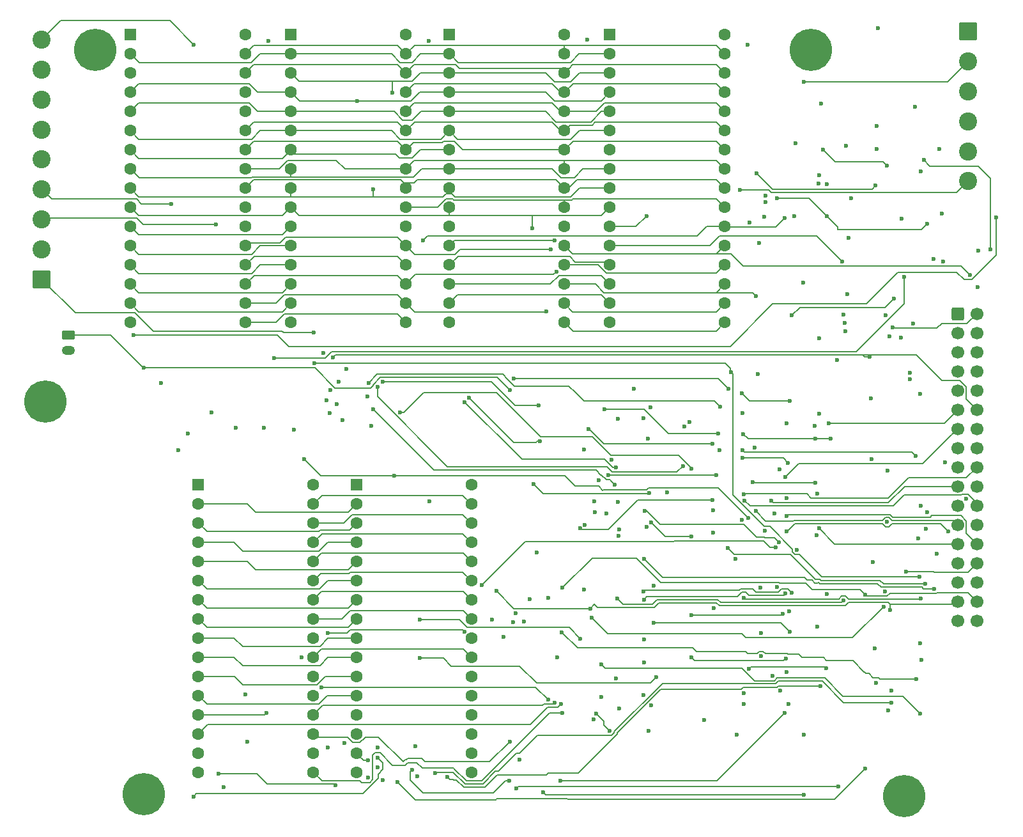
<source format=gbr>
%TF.GenerationSoftware,KiCad,Pcbnew,9.0.2*%
%TF.CreationDate,2026-02-08T20:36:03+01:00*%
%TF.ProjectId,turbokit_replica,74757262-6f6b-4697-945f-7265706c6963,0.1*%
%TF.SameCoordinates,Original*%
%TF.FileFunction,Copper,L3,Inr*%
%TF.FilePolarity,Positive*%
%FSLAX46Y46*%
G04 Gerber Fmt 4.6, Leading zero omitted, Abs format (unit mm)*
G04 Created by KiCad (PCBNEW 9.0.2) date 2026-02-08 20:36:03*
%MOMM*%
%LPD*%
G01*
G04 APERTURE LIST*
G04 Aperture macros list*
%AMRoundRect*
0 Rectangle with rounded corners*
0 $1 Rounding radius*
0 $2 $3 $4 $5 $6 $7 $8 $9 X,Y pos of 4 corners*
0 Add a 4 corners polygon primitive as box body*
4,1,4,$2,$3,$4,$5,$6,$7,$8,$9,$2,$3,0*
0 Add four circle primitives for the rounded corners*
1,1,$1+$1,$2,$3*
1,1,$1+$1,$4,$5*
1,1,$1+$1,$6,$7*
1,1,$1+$1,$8,$9*
0 Add four rect primitives between the rounded corners*
20,1,$1+$1,$2,$3,$4,$5,0*
20,1,$1+$1,$4,$5,$6,$7,0*
20,1,$1+$1,$6,$7,$8,$9,0*
20,1,$1+$1,$8,$9,$2,$3,0*%
G04 Aperture macros list end*
%TA.AperFunction,ComponentPad*%
%ADD10RoundRect,0.250000X-0.550000X-0.550000X0.550000X-0.550000X0.550000X0.550000X-0.550000X0.550000X0*%
%TD*%
%TA.AperFunction,ComponentPad*%
%ADD11C,1.600000*%
%TD*%
%TA.AperFunction,ComponentPad*%
%ADD12RoundRect,0.250001X-0.949999X0.949999X-0.949999X-0.949999X0.949999X-0.949999X0.949999X0.949999X0*%
%TD*%
%TA.AperFunction,ComponentPad*%
%ADD13C,2.400000*%
%TD*%
%TA.AperFunction,ComponentPad*%
%ADD14RoundRect,0.250001X0.949999X-0.949999X0.949999X0.949999X-0.949999X0.949999X-0.949999X-0.949999X0*%
%TD*%
%TA.AperFunction,ComponentPad*%
%ADD15C,5.600000*%
%TD*%
%TA.AperFunction,ComponentPad*%
%ADD16RoundRect,0.250000X-0.625000X0.350000X-0.625000X-0.350000X0.625000X-0.350000X0.625000X0.350000X0*%
%TD*%
%TA.AperFunction,ComponentPad*%
%ADD17O,1.750000X1.200000*%
%TD*%
%TA.AperFunction,ComponentPad*%
%ADD18RoundRect,0.250000X-0.600000X-0.600000X0.600000X-0.600000X0.600000X0.600000X-0.600000X0.600000X0*%
%TD*%
%TA.AperFunction,ComponentPad*%
%ADD19C,1.700000*%
%TD*%
%TA.AperFunction,ViaPad*%
%ADD20C,0.600000*%
%TD*%
%TA.AperFunction,Conductor*%
%ADD21C,0.200000*%
%TD*%
G04 APERTURE END LIST*
D10*
%TO.N,+5V*%
%TO.C,U5*%
X150760000Y-44420000D03*
D11*
%TO.N,/A16*%
X150760000Y-46960000D03*
%TO.N,/A15 *%
X150760000Y-49500000D03*
%TO.N,/A12 *%
X150760000Y-52040000D03*
%TO.N,/A7 *%
X150760000Y-54580000D03*
%TO.N,/A6 *%
X150760000Y-57120000D03*
%TO.N,/A5 *%
X150760000Y-59660000D03*
%TO.N,/A4 *%
X150760000Y-62200000D03*
%TO.N,/A3 *%
X150760000Y-64740000D03*
%TO.N,/A2 *%
X150760000Y-67280000D03*
%TO.N,/A1 *%
X150760000Y-69820000D03*
%TO.N,/A0*%
X150760000Y-72360000D03*
%TO.N,/D0*%
X150760000Y-74900000D03*
%TO.N,/D1*%
X150760000Y-77440000D03*
%TO.N,/D2*%
X150760000Y-79980000D03*
%TO.N,GND*%
X150760000Y-82520000D03*
%TO.N,/D3*%
X166000000Y-82520000D03*
%TO.N,/D4*%
X166000000Y-79980000D03*
%TO.N,/D5*%
X166000000Y-77440000D03*
%TO.N,/D6*%
X166000000Y-74900000D03*
%TO.N,/D7*%
X166000000Y-72360000D03*
%TO.N,Net-(RN6-R3.2)*%
X166000000Y-69820000D03*
%TO.N,/A10 *%
X166000000Y-67280000D03*
%TO.N,Net-(RN6-R1.2)*%
X166000000Y-64740000D03*
%TO.N,/A11 *%
X166000000Y-62200000D03*
%TO.N,/A9 *%
X166000000Y-59660000D03*
%TO.N,/A8 *%
X166000000Y-57120000D03*
%TO.N,/A13*%
X166000000Y-54580000D03*
%TO.N,/A14*%
X166000000Y-52040000D03*
%TO.N,/A17 *%
X166000000Y-49500000D03*
%TO.N,/A18 *%
X166000000Y-46960000D03*
%TO.N,+5V*%
X166000000Y-44420000D03*
%TD*%
D10*
%TO.N,+5V*%
%TO.C,J1*%
X96260000Y-103985000D03*
D11*
%TO.N,/A16E*%
X96260000Y-106525000D03*
%TO.N,/A15E*%
X96260000Y-109065000D03*
%TO.N,/A12E*%
X96260000Y-111605000D03*
%TO.N,/A7E*%
X96260000Y-114145000D03*
%TO.N,/A6E*%
X96260000Y-116685000D03*
%TO.N,/A5E*%
X96260000Y-119225000D03*
%TO.N,/A4E*%
X96260000Y-121765000D03*
%TO.N,/A3E*%
X96260000Y-124305000D03*
%TO.N,/A2E*%
X96260000Y-126845000D03*
%TO.N,/A1E*%
X96260000Y-129385000D03*
%TO.N,/A0E*%
X96260000Y-131925000D03*
%TO.N,/D0E*%
X96260000Y-134465000D03*
%TO.N,/D1E*%
X96260000Y-137005000D03*
%TO.N,/D2E*%
X96260000Y-139545000D03*
%TO.N,GND*%
X96260000Y-142085000D03*
%TO.N,/D3E*%
X111500000Y-142085000D03*
%TO.N,/D4E*%
X111500000Y-139545000D03*
%TO.N,/D5E*%
X111500000Y-137005000D03*
%TO.N,/D6E*%
X111500000Y-134465000D03*
%TO.N,/D7E*%
X111500000Y-131925000D03*
%TO.N,GND*%
X111500000Y-129385000D03*
%TO.N,/A10E*%
X111500000Y-126845000D03*
%TO.N,/~{CLDSE}*%
X111500000Y-124305000D03*
%TO.N,/A11E*%
X111500000Y-121765000D03*
%TO.N,/A9E*%
X111500000Y-119225000D03*
%TO.N,/A8E*%
X111500000Y-116685000D03*
%TO.N,/A13E*%
X111500000Y-114145000D03*
%TO.N,/A14E*%
X111500000Y-111605000D03*
%TO.N,/A17E*%
X111500000Y-109065000D03*
%TO.N,/A18E*%
X111500000Y-106525000D03*
%TO.N,+5V*%
X111500000Y-103985000D03*
%TD*%
D10*
%TO.N,+5V*%
%TO.C,U3*%
X108520000Y-44420000D03*
D11*
%TO.N,/A16*%
X108520000Y-46960000D03*
%TO.N,/A15 *%
X108520000Y-49500000D03*
%TO.N,/A12 *%
X108520000Y-52040000D03*
%TO.N,/A7 *%
X108520000Y-54580000D03*
%TO.N,/A6 *%
X108520000Y-57120000D03*
%TO.N,/A5 *%
X108520000Y-59660000D03*
%TO.N,/A4 *%
X108520000Y-62200000D03*
%TO.N,/A3 *%
X108520000Y-64740000D03*
%TO.N,/A2 *%
X108520000Y-67280000D03*
%TO.N,/A1 *%
X108520000Y-69820000D03*
%TO.N,/A0*%
X108520000Y-72360000D03*
%TO.N,/D8*%
X108520000Y-74900000D03*
%TO.N,/D9*%
X108520000Y-77440000D03*
%TO.N,/D10*%
X108520000Y-79980000D03*
%TO.N,GND*%
X108520000Y-82520000D03*
%TO.N,/D11*%
X123760000Y-82520000D03*
%TO.N,/D12*%
X123760000Y-79980000D03*
%TO.N,/D13*%
X123760000Y-77440000D03*
%TO.N,/D14*%
X123760000Y-74900000D03*
%TO.N,/D15*%
X123760000Y-72360000D03*
%TO.N,Net-(RN6-R3.2)*%
X123760000Y-69820000D03*
%TO.N,/A10 *%
X123760000Y-67280000D03*
%TO.N,Net-(RN6-R1.2)*%
X123760000Y-64740000D03*
%TO.N,/A11 *%
X123760000Y-62200000D03*
%TO.N,/A9 *%
X123760000Y-59660000D03*
%TO.N,/A8 *%
X123760000Y-57120000D03*
%TO.N,/A13*%
X123760000Y-54580000D03*
%TO.N,/A14*%
X123760000Y-52040000D03*
%TO.N,/A17 *%
X123760000Y-49500000D03*
%TO.N,/A18 *%
X123760000Y-46960000D03*
%TO.N,+5V*%
X123760000Y-44420000D03*
%TD*%
D12*
%TO.N,/~{CS}1E*%
%TO.C,J4*%
X198200000Y-44000000D03*
D13*
%TO.N,/RWOE*%
X198200000Y-47960000D03*
%TO.N,+VB*%
X198200000Y-51920000D03*
%TO.N,+5V*%
X198200000Y-55880000D03*
%TO.N,GND*%
X198200000Y-59840000D03*
%TO.N,/+BATT_IN*%
X198200000Y-63800000D03*
%TD*%
D14*
%TO.N,/~{RESET}*%
%TO.C,J3*%
X75500000Y-76770000D03*
D13*
%TO.N,/{slash}DTACK*%
X75500000Y-72810000D03*
%TO.N,/R~{W}E*%
X75500000Y-68850000D03*
%TO.N,+VB*%
X75500000Y-64890000D03*
%TO.N,/A20E*%
X75500000Y-60930000D03*
%TO.N,/A19E*%
X75500000Y-56970000D03*
%TO.N,/~{CS3}*%
X75500000Y-53010000D03*
%TO.N,/{slash}IRQ6*%
X75500000Y-49050000D03*
%TO.N,/~{CS0}E*%
X75500000Y-45090000D03*
%TD*%
D10*
%TO.N,+5V*%
%TO.C,U4*%
X129520000Y-44420000D03*
D11*
%TO.N,/A16*%
X129520000Y-46960000D03*
%TO.N,/A15 *%
X129520000Y-49500000D03*
%TO.N,/A12 *%
X129520000Y-52040000D03*
%TO.N,/A7 *%
X129520000Y-54580000D03*
%TO.N,/A6 *%
X129520000Y-57120000D03*
%TO.N,/A5 *%
X129520000Y-59660000D03*
%TO.N,/A4 *%
X129520000Y-62200000D03*
%TO.N,/A3 *%
X129520000Y-64740000D03*
%TO.N,/A2 *%
X129520000Y-67280000D03*
%TO.N,/A1 *%
X129520000Y-69820000D03*
%TO.N,/A0*%
X129520000Y-72360000D03*
%TO.N,/D0*%
X129520000Y-74900000D03*
%TO.N,/D1*%
X129520000Y-77440000D03*
%TO.N,/D2*%
X129520000Y-79980000D03*
%TO.N,GND*%
X129520000Y-82520000D03*
%TO.N,/D3*%
X144760000Y-82520000D03*
%TO.N,/D4*%
X144760000Y-79980000D03*
%TO.N,/D5*%
X144760000Y-77440000D03*
%TO.N,/D6*%
X144760000Y-74900000D03*
%TO.N,/D7*%
X144760000Y-72360000D03*
%TO.N,Net-(RN6-R2.2)*%
X144760000Y-69820000D03*
%TO.N,/A10 *%
X144760000Y-67280000D03*
%TO.N,Net-(RN6-R1.2)*%
X144760000Y-64740000D03*
%TO.N,/A11 *%
X144760000Y-62200000D03*
%TO.N,/A9 *%
X144760000Y-59660000D03*
%TO.N,/A8 *%
X144760000Y-57120000D03*
%TO.N,/A13*%
X144760000Y-54580000D03*
%TO.N,/A14*%
X144760000Y-52040000D03*
%TO.N,/A17 *%
X144760000Y-49500000D03*
%TO.N,/A18 *%
X144760000Y-46960000D03*
%TO.N,+5V*%
X144760000Y-44420000D03*
%TD*%
D15*
%TO.N,GND*%
%TO.C,H3*%
X189800000Y-145200000D03*
%TD*%
%TO.N,GND*%
%TO.C,H2*%
X177400000Y-46400000D03*
%TD*%
%TO.N,GND*%
%TO.C,H5*%
X76000000Y-93000000D03*
%TD*%
%TO.N,GND*%
%TO.C,H1*%
X82600000Y-46400000D03*
%TD*%
D10*
%TO.N,+5V*%
%TO.C,U2*%
X87260000Y-44420000D03*
D11*
%TO.N,/A16*%
X87260000Y-46960000D03*
%TO.N,/A15 *%
X87260000Y-49500000D03*
%TO.N,/A12 *%
X87260000Y-52040000D03*
%TO.N,/A7 *%
X87260000Y-54580000D03*
%TO.N,/A6 *%
X87260000Y-57120000D03*
%TO.N,/A5 *%
X87260000Y-59660000D03*
%TO.N,/A4 *%
X87260000Y-62200000D03*
%TO.N,/A3 *%
X87260000Y-64740000D03*
%TO.N,/A2 *%
X87260000Y-67280000D03*
%TO.N,/A1 *%
X87260000Y-69820000D03*
%TO.N,/A0*%
X87260000Y-72360000D03*
%TO.N,/D8*%
X87260000Y-74900000D03*
%TO.N,/D9*%
X87260000Y-77440000D03*
%TO.N,/D10*%
X87260000Y-79980000D03*
%TO.N,GND*%
X87260000Y-82520000D03*
%TO.N,/D11*%
X102500000Y-82520000D03*
%TO.N,/D12*%
X102500000Y-79980000D03*
%TO.N,/D13*%
X102500000Y-77440000D03*
%TO.N,/D14*%
X102500000Y-74900000D03*
%TO.N,/D15*%
X102500000Y-72360000D03*
%TO.N,Net-(RN6-R2.2)*%
X102500000Y-69820000D03*
%TO.N,/A10 *%
X102500000Y-67280000D03*
%TO.N,Net-(RN6-R1.2)*%
X102500000Y-64740000D03*
%TO.N,/A11 *%
X102500000Y-62200000D03*
%TO.N,/A9 *%
X102500000Y-59660000D03*
%TO.N,/A8 *%
X102500000Y-57120000D03*
%TO.N,/A13*%
X102500000Y-54580000D03*
%TO.N,/A14*%
X102500000Y-52040000D03*
%TO.N,/A17 *%
X102500000Y-49500000D03*
%TO.N,/A18 *%
X102500000Y-46960000D03*
%TO.N,+5V*%
X102500000Y-44420000D03*
%TD*%
D10*
%TO.N,+5V*%
%TO.C,J2*%
X117200000Y-104005000D03*
D11*
%TO.N,/A16E*%
X117200000Y-106545000D03*
%TO.N,/A15E*%
X117200000Y-109085000D03*
%TO.N,/A12E*%
X117200000Y-111625000D03*
%TO.N,/A7E*%
X117200000Y-114165000D03*
%TO.N,/A6E*%
X117200000Y-116705000D03*
%TO.N,/A5E*%
X117200000Y-119245000D03*
%TO.N,/A4E*%
X117200000Y-121785000D03*
%TO.N,/A3E*%
X117200000Y-124325000D03*
%TO.N,/A2E*%
X117200000Y-126865000D03*
%TO.N,/A1E*%
X117200000Y-129405000D03*
%TO.N,/A0E*%
X117200000Y-131945000D03*
%TO.N,/D8E*%
X117200000Y-134485000D03*
%TO.N,/D9E*%
X117200000Y-137025000D03*
%TO.N,/D10E*%
X117200000Y-139565000D03*
%TO.N,GND*%
X117200000Y-142105000D03*
%TO.N,/D11E*%
X132440000Y-142105000D03*
%TO.N,/D12E*%
X132440000Y-139565000D03*
%TO.N,/D13E*%
X132440000Y-137025000D03*
%TO.N,/D14E*%
X132440000Y-134485000D03*
%TO.N,/D15E*%
X132440000Y-131945000D03*
%TO.N,GND*%
X132440000Y-129405000D03*
%TO.N,/A10E*%
X132440000Y-126865000D03*
%TO.N,/~{CUDSE}*%
X132440000Y-124325000D03*
%TO.N,/A11E*%
X132440000Y-121785000D03*
%TO.N,/A9E*%
X132440000Y-119245000D03*
%TO.N,/A8E*%
X132440000Y-116705000D03*
%TO.N,/A13E*%
X132440000Y-114165000D03*
%TO.N,/A14E*%
X132440000Y-111625000D03*
%TO.N,/A17E*%
X132440000Y-109085000D03*
%TO.N,/A18E*%
X132440000Y-106545000D03*
%TO.N,+5V*%
X132440000Y-104005000D03*
%TD*%
D16*
%TO.N,/+BATT_IN*%
%TO.C,J5*%
X79050000Y-84200000D03*
D17*
%TO.N,GND*%
X79050000Y-86200000D03*
%TD*%
D15*
%TO.N,GND*%
%TO.C,H4*%
X89000000Y-145000000D03*
%TD*%
D18*
%TO.N,GND*%
%TO.C,J6*%
X196872500Y-81350000D03*
D19*
%TO.N,/R~{W}*%
X199412500Y-81350000D03*
%TO.N,/~{CS}*%
X196872500Y-83890000D03*
%TO.N,+5V*%
X199412500Y-83890000D03*
%TO.N,/A4 *%
X196872500Y-86430000D03*
%TO.N,+5V*%
X199412500Y-86430000D03*
%TO.N,/A0*%
X196872500Y-88970000D03*
%TO.N,+5V*%
X199412500Y-88970000D03*
%TO.N,/A1 *%
X196872500Y-91510000D03*
%TO.N,Net-(J6-Pin_10)*%
X199412500Y-91510000D03*
%TO.N,/A2 *%
X196872500Y-94050000D03*
%TO.N,/~{RESET}*%
X199412500Y-94050000D03*
%TO.N,/A3 *%
X196872500Y-96590000D03*
%TO.N,/A5 *%
X199412500Y-96590000D03*
%TO.N,GND*%
X196872500Y-99130000D03*
X199412500Y-99130000D03*
%TO.N,/D0*%
X196872500Y-101670000D03*
%TO.N,/D1*%
X199412500Y-101670000D03*
%TO.N,/D2*%
X196872500Y-104210000D03*
%TO.N,/D3*%
X199412500Y-104210000D03*
%TO.N,/D4*%
X196872500Y-106750000D03*
%TO.N,/D5*%
X199412500Y-106750000D03*
%TO.N,/D6*%
X196872500Y-109290000D03*
%TO.N,/D7*%
X199412500Y-109290000D03*
%TO.N,/D8*%
X196872500Y-111830000D03*
%TO.N,/D9*%
X199412500Y-111830000D03*
%TO.N,/D10*%
X196872500Y-114370000D03*
%TO.N,/D11*%
X199412500Y-114370000D03*
%TO.N,/D12*%
X196872500Y-116910000D03*
%TO.N,/D13*%
X199412500Y-116910000D03*
%TO.N,/D14*%
X196872500Y-119450000D03*
%TO.N,/D15*%
X199412500Y-119450000D03*
%TO.N,GND*%
X196872500Y-121990000D03*
X199412500Y-121990000D03*
%TD*%
D20*
%TO.N,GND*%
X178795000Y-53565200D03*
X194109000Y-113122000D03*
X182448000Y-71344300D03*
X155917000Y-136622000D03*
X126896000Y-106196000D03*
X199598000Y-73027300D03*
X126750000Y-45229300D03*
X101180000Y-96450000D03*
X112784000Y-86580200D03*
X151936000Y-110720000D03*
X170364000Y-89312100D03*
X167402000Y-113839000D03*
X186310000Y-43568500D03*
X175588000Y-112599000D03*
X169000000Y-45750000D03*
X91330000Y-90490000D03*
X105500000Y-45248700D03*
X171370000Y-65681800D03*
X104897000Y-96450000D03*
X93590300Y-99417900D03*
X147796000Y-45088400D03*
X190497000Y-89159200D03*
X182737000Y-66024900D03*
X108919000Y-96741200D03*
X176510000Y-137103000D03*
X180852000Y-87490900D03*
%TO.N,+5V*%
X102500000Y-131750000D03*
X102750000Y-138000000D03*
%TO.N,+VB*%
X97990100Y-94429700D03*
X191782000Y-116146000D03*
X92659800Y-66812200D03*
X111587000Y-87880200D03*
X166822000Y-89051500D03*
%TO.N,/+BATT_IN*%
X138057000Y-89914000D03*
X168010000Y-64951200D03*
X89000000Y-88520000D03*
X166458000Y-91251700D03*
X137514000Y-91436800D03*
%TO.N,/A6E*%
X114561000Y-93321000D03*
%TO.N,/A16E*%
X114820000Y-90320600D03*
%TO.N,/D5E*%
X140135000Y-119168000D03*
X137514000Y-138011000D03*
%TO.N,/A15E*%
X113744000Y-91426200D03*
%TO.N,/A3E*%
X119201000Y-96204400D03*
%TO.N,/A12E*%
X113257000Y-92830900D03*
%TO.N,/A4E*%
X115389000Y-95468600D03*
%TO.N,/D6E*%
X142606000Y-118967000D03*
X143474000Y-132870000D03*
%TO.N,/D3E*%
X144448000Y-134240000D03*
%TO.N,/A7E*%
X113668000Y-94496200D03*
%TO.N,/A5E*%
X115891000Y-88670500D03*
%TO.N,/D0E*%
X142577000Y-132457000D03*
X112518000Y-130832000D03*
X105250000Y-134250000D03*
%TO.N,/A10E*%
X141095000Y-112994000D03*
%TO.N,/D1E*%
X144351000Y-133001000D03*
%TO.N,/D7E*%
X131483000Y-123432000D03*
X113398000Y-123602000D03*
%TO.N,/D8E*%
X120663700Y-143064600D03*
%TO.N,/D13E*%
X137999000Y-122232000D03*
%TO.N,/D10E*%
X118754000Y-140501800D03*
%TO.N,/D15E*%
X135182000Y-121838000D03*
%TO.N,/D9E*%
X118755200Y-142744400D03*
%TO.N,/D12E*%
X139429000Y-122080000D03*
%TO.N,/D11E*%
X136659000Y-124164000D03*
%TO.N,/D14E*%
X138275000Y-120996000D03*
%TO.N,/A19E*%
X99600000Y-144000000D03*
%TO.N,/A20E*%
X95641100Y-145277000D03*
X94850000Y-97250000D03*
X119970300Y-140108700D03*
%TO.N,/RWOE*%
X175229000Y-68396700D03*
X176510000Y-50641000D03*
%TO.N,/A3 *%
X119406000Y-94002900D03*
X119408000Y-64863600D03*
X174068000Y-102946000D03*
X151461000Y-103992000D03*
X155288000Y-127546000D03*
%TO.N,/A5 *%
X174368000Y-101069000D03*
X131554000Y-93034200D03*
X155294000Y-124438000D03*
X168387000Y-100437000D03*
X151551000Y-101700000D03*
%TO.N,/A7 *%
X156552000Y-122289000D03*
X118663000Y-92270000D03*
X174601000Y-123439000D03*
X155796000Y-97907700D03*
%TO.N,/A4 *%
X174073000Y-126977000D03*
X123014000Y-94429700D03*
X161586000Y-101872000D03*
X161586000Y-126843000D03*
X195215000Y-101026000D03*
%TO.N,/A15 *%
X141331000Y-93470000D03*
X174041000Y-118411000D03*
X178490000Y-94625800D03*
X155249000Y-95172800D03*
X155289000Y-119198000D03*
X120661000Y-90396600D03*
X121998000Y-52105300D03*
X179505000Y-118459000D03*
%TO.N,/A6 *%
X141539000Y-98267900D03*
X132127000Y-92461000D03*
X165266000Y-99410300D03*
X169948000Y-99075100D03*
X170780000Y-123637000D03*
%TO.N,/A16*%
X165353000Y-93650500D03*
X118787000Y-90516300D03*
X170743000Y-117606000D03*
%TO.N,/A12 *%
X120030000Y-91022600D03*
X160450000Y-101494000D03*
X185487000Y-100580000D03*
X117307000Y-53186500D03*
X185917000Y-125640000D03*
%TO.N,/A14*%
X148713000Y-106228000D03*
X150048000Y-93995400D03*
X180042000Y-97909200D03*
X178301000Y-122810000D03*
X178041000Y-97907800D03*
X165124000Y-97192100D03*
X168479000Y-97306000D03*
%TO.N,/A9 *%
X164533000Y-120320000D03*
X164333000Y-98542700D03*
X147980000Y-96595000D03*
X148795000Y-107633000D03*
%TO.N,/A13*%
X151030000Y-100695000D03*
X161310000Y-95680300D03*
X151760000Y-119095000D03*
X151830000Y-95255300D03*
X181763000Y-119353000D03*
%TO.N,/A10 *%
X147480000Y-109280000D03*
X191893000Y-124961000D03*
X191332000Y-100208000D03*
X168375000Y-99432700D03*
X147321000Y-99312500D03*
%TO.N,/A18 *%
X192006000Y-119050000D03*
X150554000Y-102751000D03*
X164853000Y-102678000D03*
X168387000Y-94482800D03*
X168522000Y-119007000D03*
%TO.N,/A8 *%
X161586000Y-121247000D03*
X173713000Y-121090000D03*
X161586000Y-110807000D03*
X156251000Y-108979000D03*
X177896000Y-96166500D03*
X160687000Y-96256600D03*
%TO.N,/A17 *%
X168237000Y-91860500D03*
X174843000Y-118311000D03*
X174605000Y-92869000D03*
X155239000Y-118126000D03*
X156164000Y-93771300D03*
X158403000Y-105018000D03*
%TO.N,/A11 *%
X179450000Y-128298000D03*
X149338000Y-103404000D03*
X169698000Y-103639000D03*
X169195000Y-128360000D03*
X150302000Y-107764000D03*
X177976000Y-103720000D03*
%TO.N,/D2*%
X156273000Y-133220000D03*
X152056000Y-109874000D03*
X172134000Y-106072000D03*
%TO.N,/D3*%
X166374000Y-112330000D03*
X148949000Y-134314000D03*
X192530000Y-117118000D03*
X167556000Y-137088000D03*
X150765000Y-136581000D03*
%TO.N,/A2 *%
X140494000Y-70000000D03*
X174177000Y-128816000D03*
X140634000Y-103884000D03*
X179776000Y-95819800D03*
X178223000Y-105138000D03*
X156032000Y-105102000D03*
X143835000Y-126880000D03*
%TO.N,/A0*%
X149684000Y-132094000D03*
X143474000Y-71679300D03*
X181532000Y-74412900D03*
X182240000Y-78789400D03*
%TO.N,/D0*%
X155236000Y-131864000D03*
X151884000Y-106287000D03*
X155316000Y-113799000D03*
X193794000Y-117756000D03*
%TO.N,/D1*%
X155658000Y-109542000D03*
X168552000Y-105257000D03*
X152007000Y-133598000D03*
%TO.N,/D4*%
X164477000Y-110373000D03*
X174165000Y-110141000D03*
X195647000Y-110207000D03*
X163246000Y-135135000D03*
X148586248Y-135027032D03*
%TO.N,/A1 *%
X174165000Y-105784000D03*
X155439000Y-107493000D03*
X173206000Y-111605000D03*
X173370000Y-131269000D03*
X192825000Y-107671000D03*
X155617000Y-68396700D03*
%TO.N,/D12*%
X191412000Y-129718000D03*
X192625000Y-109830000D03*
X144431000Y-123515000D03*
X142400000Y-81047200D03*
%TO.N,/D14*%
X191986000Y-106745000D03*
X187901000Y-120584000D03*
X148164000Y-120385000D03*
X135732000Y-118046000D03*
X188057000Y-131254000D03*
%TO.N,/D15*%
X197956000Y-105874000D03*
X186029000Y-130268000D03*
X142972000Y-72821100D03*
X184592000Y-118540000D03*
X144520000Y-117611000D03*
%TO.N,/D13*%
X187527000Y-108934000D03*
X187031000Y-120166000D03*
X187670000Y-133915000D03*
X148346000Y-121604000D03*
X143692000Y-75770400D03*
%TO.N,/D7*%
X198498000Y-76250300D03*
X151577000Y-129673000D03*
X164342000Y-106044000D03*
X146836000Y-109770000D03*
X147397000Y-117844000D03*
%TO.N,/D5*%
X168512000Y-133013000D03*
X168271000Y-108670000D03*
X171292000Y-110113000D03*
X170161000Y-79002500D03*
X168631000Y-106088000D03*
%TO.N,/D11*%
X191892000Y-134268000D03*
X149647000Y-127792000D03*
X189992000Y-115498000D03*
X191622000Y-111093000D03*
X146872000Y-124359000D03*
X125593000Y-121817000D03*
%TO.N,/D6*%
X164422000Y-107369000D03*
X170094000Y-107461000D03*
X168526000Y-131596000D03*
%TO.N,/A20*%
X181072000Y-143962000D03*
X186112000Y-59497800D03*
X138399000Y-144203000D03*
%TO.N,/D9*%
X122251000Y-102768000D03*
X174432000Y-133061000D03*
X125224265Y-142600000D03*
X169117000Y-108369000D03*
X174165000Y-108173000D03*
X110284000Y-100611000D03*
%TO.N,/D8*%
X178493000Y-109750000D03*
X129228000Y-142674000D03*
X178699000Y-130689000D03*
%TO.N,/D10*%
X137471000Y-143187000D03*
X173970000Y-134249000D03*
X124623000Y-141715438D03*
X144247000Y-143229000D03*
X178161000Y-110706000D03*
%TO.N,/A19*%
X156552000Y-117355000D03*
X178458000Y-64113500D03*
X153934000Y-91251700D03*
X185615000Y-114262000D03*
X185396000Y-92571600D03*
%TO.N,Net-(RN6-R1.1)*%
X170541000Y-72018100D03*
X171376000Y-66571800D03*
%TO.N,Net-(RN6-R3.2)*%
X126022000Y-71670600D03*
X173937000Y-68678300D03*
%TO.N,Net-(RN6-R2.2)*%
X171250000Y-68500000D03*
X169250000Y-69250000D03*
%TO.N,/INV_OUT*%
X192400000Y-61000000D03*
X201200000Y-72800000D03*
%TO.N,Net-(U1-Pad8)*%
X170190000Y-62732900D03*
X185966000Y-64379800D03*
%TO.N,Net-(R5-Pad2)*%
X187466000Y-61725600D03*
X189400000Y-68800000D03*
X179000000Y-59600000D03*
%TO.N,/INV_IN*%
X194419000Y-59497800D03*
X193676000Y-74087300D03*
%TO.N,Net-(J6-Pin_10)*%
X199512000Y-77815200D03*
%TO.N,/NON_INV*%
X194807000Y-68090800D03*
X194944000Y-74438800D03*
%TO.N,/~{CS3}*%
X202000000Y-68600000D03*
X87637200Y-84203600D03*
%TO.N,/~{CS0}E*%
X120000000Y-138800000D03*
X95641100Y-45711800D03*
X115600000Y-138200000D03*
X113400000Y-138800000D03*
%TO.N,/~{RESET}*%
X111515000Y-83848100D03*
X185187000Y-87019100D03*
X114079000Y-87152300D03*
X186174000Y-56532000D03*
%TO.N,/R~{W}E*%
X114400000Y-143817000D03*
X98900000Y-142250000D03*
X98622400Y-69542400D03*
X120051900Y-141419800D03*
%TO.N,/~{CS}1E*%
X182095000Y-59094800D03*
X178534000Y-63028600D03*
%TO.N,/~{CS}*%
X191962000Y-62464100D03*
%TO.N,/R~{W}*%
X188253000Y-83188300D03*
X188106000Y-132846000D03*
X179517000Y-64236800D03*
X127600000Y-142200000D03*
X187319000Y-81555800D03*
%TO.N,/~{CS0}*%
X179495000Y-68396700D03*
X141944000Y-144744000D03*
X176510000Y-145052000D03*
X138848000Y-140396700D03*
X192800000Y-69441700D03*
X172955000Y-66044000D03*
%TO.N,/~{SSCS}*%
X191235000Y-53974500D03*
X184600000Y-141600000D03*
X122650000Y-143393700D03*
%TO.N,/~{CLDS}*%
X106301000Y-87240500D03*
X175400000Y-58800000D03*
X176391000Y-77260700D03*
X189792000Y-76472300D03*
X109951000Y-126857000D03*
%TO.N,/~{CUDS}*%
X133829000Y-117251000D03*
X174849000Y-81583900D03*
X188423000Y-79345200D03*
X172727000Y-112261000D03*
%TO.N,/~{SCS}*%
X172326000Y-129339000D03*
X125035400Y-138648300D03*
X172560000Y-107837000D03*
X125593000Y-126945000D03*
X156956000Y-129514000D03*
%TO.N,/~{WE4}*%
X187816000Y-84322300D03*
X187265000Y-118148000D03*
%TO.N,/~{OE4}*%
X192089000Y-127150000D03*
X190496000Y-90052400D03*
%TO.N,/~{OE2}*%
X178536000Y-84622700D03*
X172910000Y-117525000D03*
X170845000Y-126676000D03*
%TO.N,/~{WE2}*%
X181915000Y-82595400D03*
X174550000Y-120746000D03*
%TO.N,/~{WE3}*%
X191884000Y-92006600D03*
X190935000Y-82680200D03*
%TO.N,/~{OE3}*%
X189361000Y-84552800D03*
X187558000Y-102092000D03*
%TO.N,/~{OE1}*%
X173260000Y-101919000D03*
X181945000Y-83631100D03*
%TO.N,/~{WE1}*%
X181709000Y-81500800D03*
X174212000Y-95896500D03*
%TD*%
D21*
%TO.N,+VB*%
X166088000Y-87880200D02*
X166775000Y-88566200D01*
X88709900Y-66812200D02*
X92659800Y-66812200D01*
X111587000Y-87880200D02*
X166088000Y-87880200D01*
X75500000Y-64890000D02*
X76788300Y-66178300D01*
X174987000Y-112532000D02*
X174987000Y-112848000D01*
X175339000Y-113200000D02*
X175901000Y-113200000D01*
X166775000Y-88566200D02*
X166775000Y-89004400D01*
X88076000Y-66178300D02*
X88709900Y-66812200D01*
X167060000Y-89289100D02*
X167060000Y-105367000D01*
X166775000Y-89004400D02*
X166822000Y-89051500D01*
X167060000Y-105367000D02*
X171204000Y-109511000D01*
X171966000Y-109511000D02*
X174987000Y-112532000D01*
X178847000Y-116146000D02*
X191782000Y-116146000D01*
X76788300Y-66178300D02*
X88076000Y-66178300D01*
X166822000Y-89051500D02*
X167060000Y-89289100D01*
X174987000Y-112848000D02*
X175339000Y-113200000D01*
X171204000Y-109511000D02*
X171966000Y-109511000D01*
X175901000Y-113200000D02*
X178847000Y-116146000D01*
%TO.N,/+BATT_IN*%
X171842000Y-64951200D02*
X168010000Y-64951200D01*
X119048000Y-91177000D02*
X119389000Y-90836600D01*
X196741000Y-65259400D02*
X172150000Y-65259400D01*
X88937500Y-88520000D02*
X84617500Y-84200000D01*
X120351000Y-89781100D02*
X135858000Y-89781100D01*
X165120000Y-89914000D02*
X138057000Y-89914000D01*
X119389000Y-90743700D02*
X120351000Y-89781100D01*
X166458000Y-91251700D02*
X165120000Y-89914000D01*
X84617500Y-84200000D02*
X79050000Y-84200000D01*
X198200000Y-63800000D02*
X196741000Y-65259400D01*
X111689000Y-88520000D02*
X114346000Y-91177000D01*
X114346000Y-91177000D02*
X119048000Y-91177000D01*
X88937500Y-88520000D02*
X89000000Y-88520000D01*
X135858000Y-89781100D02*
X137514000Y-91436800D01*
X89000000Y-88520000D02*
X111689000Y-88520000D01*
X119389000Y-90836600D02*
X119389000Y-90743700D01*
X172150000Y-65259400D02*
X171842000Y-64951200D01*
%TO.N,/A8E*%
X116221000Y-115718000D02*
X116363000Y-115577000D01*
X116363000Y-115577000D02*
X131312000Y-115577000D01*
X111500000Y-116685000D02*
X112466000Y-115718000D01*
X112466000Y-115718000D02*
X116221000Y-115718000D01*
X131312000Y-115577000D02*
X132440000Y-116705000D01*
%TO.N,/A11E*%
X111500000Y-121765000D02*
X115255000Y-121765000D01*
X131326000Y-120671000D02*
X132440000Y-121785000D01*
X115255000Y-121765000D02*
X116349000Y-120671000D01*
X116349000Y-120671000D02*
X131326000Y-120671000D01*
%TO.N,/A6E*%
X113404000Y-116705000D02*
X117200000Y-116705000D01*
X96260000Y-116685000D02*
X97363000Y-117788000D01*
X97363000Y-117788000D02*
X112321000Y-117788000D01*
X112321000Y-117788000D02*
X113404000Y-116705000D01*
%TO.N,/A16E*%
X102761000Y-106525000D02*
X103875000Y-107639000D01*
X116106000Y-107639000D02*
X117200000Y-106545000D01*
X103875000Y-107639000D02*
X116106000Y-107639000D01*
X96260000Y-106525000D02*
X102761000Y-106525000D01*
%TO.N,/A9E*%
X111500000Y-119225000D02*
X112594000Y-118131000D01*
X112594000Y-118131000D02*
X131326000Y-118131000D01*
X131326000Y-118131000D02*
X132440000Y-119245000D01*
%TO.N,/A13E*%
X131327000Y-113052000D02*
X112593000Y-113052000D01*
X132440000Y-114165000D02*
X131327000Y-113052000D01*
X112593000Y-113052000D02*
X111500000Y-114145000D01*
%TO.N,/A17E*%
X115536000Y-109065000D02*
X111500000Y-109065000D01*
X132440000Y-109085000D02*
X131312000Y-107956000D01*
X131312000Y-107956000D02*
X116644000Y-107956000D01*
X116644000Y-107956000D02*
X115536000Y-109065000D01*
%TO.N,/D5E*%
X117656050Y-138126000D02*
X116743950Y-138126000D01*
X116099000Y-137481050D02*
X116099000Y-137400000D01*
X120095700Y-137400000D02*
X118301000Y-137400000D01*
X134850000Y-140675000D02*
X126272000Y-140675000D01*
X125844300Y-140247300D02*
X123972100Y-140247300D01*
X123369600Y-140673900D02*
X120095700Y-137400000D01*
X118301000Y-137481050D02*
X117656050Y-138126000D01*
X126272000Y-140675000D02*
X125844300Y-140247300D01*
X118301000Y-137400000D02*
X118301000Y-137481050D01*
X116099000Y-137400000D02*
X111895000Y-137400000D01*
X137514000Y-138011000D02*
X134850000Y-140675000D01*
X123807300Y-140412100D02*
X123631400Y-140412100D01*
X123972100Y-140247300D02*
X123807300Y-140412100D01*
X116743950Y-138126000D02*
X116099000Y-137481050D01*
X123369600Y-140673900D02*
X123631400Y-140412100D01*
%TO.N,/A15E*%
X112403000Y-109994000D02*
X112222000Y-110175000D01*
X116291000Y-109994000D02*
X112403000Y-109994000D01*
X117200000Y-109085000D02*
X116291000Y-109994000D01*
X97370000Y-110175000D02*
X96260000Y-109065000D01*
X112222000Y-110175000D02*
X97370000Y-110175000D01*
%TO.N,/A3E*%
X113445000Y-124325000D02*
X112352000Y-125419000D01*
X102112000Y-125419000D02*
X100998000Y-124305000D01*
X100998000Y-124305000D02*
X96260000Y-124305000D01*
X112352000Y-125419000D02*
X102112000Y-125419000D01*
X117200000Y-124325000D02*
X113445000Y-124325000D01*
%TO.N,/A12E*%
X113389000Y-111625000D02*
X117200000Y-111625000D01*
X112254000Y-112760000D02*
X113389000Y-111625000D01*
X96260000Y-111605000D02*
X100957000Y-111605000D01*
X100957000Y-111605000D02*
X102112000Y-112760000D01*
X102112000Y-112760000D02*
X112254000Y-112760000D01*
%TO.N,/A4E*%
X116106000Y-122879000D02*
X97374000Y-122879000D01*
X117200000Y-121785000D02*
X116106000Y-122879000D01*
X97374000Y-122879000D02*
X96260000Y-121765000D01*
%TO.N,/D6E*%
X111500000Y-134465000D02*
X112750000Y-133215000D01*
X112750000Y-133215000D02*
X141843000Y-133215000D01*
X143286000Y-133059000D02*
X143474000Y-132870000D01*
X141843000Y-133215000D02*
X141999000Y-133059000D01*
X141999000Y-133059000D02*
X143286000Y-133059000D01*
%TO.N,/A0E*%
X113292000Y-131945000D02*
X112199000Y-133039000D01*
X112199000Y-133039000D02*
X97374000Y-133039000D01*
X97374000Y-133039000D02*
X96260000Y-131925000D01*
X117200000Y-131945000D02*
X113292000Y-131945000D01*
%TO.N,/D3E*%
X130049000Y-141532000D02*
X125911900Y-141532000D01*
X111500000Y-142085000D02*
X112632000Y-143217000D01*
X120356600Y-139494700D02*
X119664800Y-139494700D01*
X130158000Y-141641000D02*
X130049000Y-141532000D01*
X119664800Y-139494700D02*
X119362400Y-139797100D01*
X119362400Y-139797100D02*
X119362400Y-143014100D01*
X144448000Y-134240000D02*
X142758000Y-134240000D01*
X131740000Y-143222000D02*
X130158000Y-141641000D01*
X123973500Y-140813800D02*
X123651000Y-141136300D01*
X118960300Y-143416200D02*
X117864200Y-143416200D01*
X119362400Y-143014100D02*
X118960300Y-143416200D01*
X125193700Y-140813800D02*
X123973500Y-140813800D01*
X121998200Y-141136300D02*
X120356600Y-139494700D01*
X133776000Y-143222000D02*
X131740000Y-143222000D01*
X112632000Y-143217000D02*
X117665000Y-143217000D01*
X142758000Y-134240000D02*
X133776000Y-143222000D01*
X123651000Y-141136300D02*
X121998200Y-141136300D01*
X117864200Y-143416200D02*
X117665000Y-143217000D01*
X125911900Y-141532000D02*
X125193700Y-140813800D01*
%TO.N,/A7E*%
X103875000Y-115259000D02*
X116106000Y-115259000D01*
X116106000Y-115259000D02*
X117200000Y-114165000D01*
X96260000Y-114145000D02*
X102761000Y-114145000D01*
X102761000Y-114145000D02*
X103875000Y-115259000D01*
%TO.N,/A5E*%
X117200000Y-119245000D02*
X116106000Y-120339000D01*
X97374000Y-120339000D02*
X96260000Y-119225000D01*
X116106000Y-120339000D02*
X97374000Y-120339000D01*
%TO.N,/D0E*%
X105035000Y-134465000D02*
X96260000Y-134465000D01*
X112518000Y-130832000D02*
X140952000Y-130832000D01*
X105250000Y-134250000D02*
X105035000Y-134465000D01*
X140952000Y-130832000D02*
X142577000Y-132457000D01*
%TO.N,/A2E*%
X100998000Y-126845000D02*
X96260000Y-126845000D01*
X113445000Y-126865000D02*
X112352000Y-127959000D01*
X117200000Y-126865000D02*
X113445000Y-126865000D01*
X102112000Y-127959000D02*
X100998000Y-126845000D01*
X112352000Y-127959000D02*
X102112000Y-127959000D01*
%TO.N,/A1E*%
X113094000Y-129405000D02*
X112008000Y-130490000D01*
X102112000Y-130490000D02*
X101007000Y-129385000D01*
X101007000Y-129385000D02*
X96260000Y-129385000D01*
X117200000Y-129405000D02*
X113094000Y-129405000D01*
X112008000Y-130490000D02*
X102112000Y-130490000D01*
%TO.N,/A18E*%
X112612000Y-105413000D02*
X131308000Y-105413000D01*
X111500000Y-106525000D02*
X112612000Y-105413000D01*
X131308000Y-105413000D02*
X132440000Y-106545000D01*
%TO.N,/A10E*%
X111500000Y-126845000D02*
X112594000Y-125751000D01*
X131326000Y-125751000D02*
X132440000Y-126865000D01*
X112594000Y-125751000D02*
X131326000Y-125751000D01*
%TO.N,/D1E*%
X142507000Y-133493000D02*
X143859000Y-133493000D01*
X143859000Y-133493000D02*
X144351000Y-133001000D01*
X140265000Y-135735000D02*
X142507000Y-133493000D01*
X97530000Y-135735000D02*
X140265000Y-135735000D01*
X96260000Y-137005000D02*
X97530000Y-135735000D01*
%TO.N,/A14E*%
X131311000Y-110496000D02*
X132440000Y-111625000D01*
X111500000Y-111605000D02*
X112609000Y-110496000D01*
X112609000Y-110496000D02*
X131311000Y-110496000D01*
%TO.N,/D7E*%
X115958000Y-123602000D02*
X116368000Y-123192000D01*
X131243000Y-123192000D02*
X131483000Y-123432000D01*
X113398000Y-123602000D02*
X115958000Y-123602000D01*
X116368000Y-123192000D02*
X131243000Y-123192000D01*
%TO.N,/D10E*%
X118136800Y-140501800D02*
X117492000Y-139857000D01*
X118754000Y-140501800D02*
X118136800Y-140501800D01*
%TO.N,/A20E*%
X120061900Y-142314800D02*
X120711100Y-141665600D01*
X120711100Y-140849500D02*
X119970300Y-140108700D01*
X118024600Y-144920000D02*
X120061900Y-142882700D01*
X120711100Y-141665600D02*
X120711100Y-140849500D01*
X95997800Y-144920000D02*
X118024600Y-144920000D01*
X95641100Y-145277000D02*
X95997800Y-144920000D01*
X120061900Y-142882700D02*
X120061900Y-142314800D01*
%TO.N,/RWOE*%
X198200000Y-47960000D02*
X195519000Y-50641000D01*
X195519000Y-50641000D02*
X176510000Y-50641000D01*
%TO.N,/A3 *%
X148997000Y-102078000D02*
X149599000Y-102680000D01*
X150819000Y-103352000D02*
X150936000Y-103469000D01*
X146725000Y-64740000D02*
X145614000Y-65851200D01*
X129520000Y-65449500D02*
X129520000Y-64740000D01*
X196077000Y-97385000D02*
X196872000Y-96590000D01*
X130217000Y-65851200D02*
X129816000Y-65449500D01*
X150305000Y-103352000D02*
X150819000Y-103352000D01*
X128682000Y-65849700D02*
X119408000Y-65849700D01*
X108520000Y-65849700D02*
X88369700Y-65849700D01*
X150760000Y-64740000D02*
X146725000Y-64740000D01*
X150936000Y-103469000D02*
X150938000Y-103469000D01*
X119406000Y-94002900D02*
X127482000Y-102078000D01*
X129520000Y-65449500D02*
X129082000Y-65449500D01*
X196077000Y-97385000D02*
X196078000Y-97385000D01*
X127482000Y-102078000D02*
X148997000Y-102078000D01*
X149633000Y-102680000D02*
X150305000Y-103352000D01*
X129082000Y-65449500D02*
X128682000Y-65849700D01*
X88369700Y-65849700D02*
X87260000Y-64740000D01*
X119408000Y-65849700D02*
X119408000Y-64863600D01*
X196078000Y-97385000D02*
X196872000Y-96590000D01*
X175796000Y-101218000D02*
X192244000Y-101218000D01*
X149599000Y-102680000D02*
X149633000Y-102680000D01*
X192244000Y-101218000D02*
X196077000Y-97385000D01*
X119408000Y-65849700D02*
X108520000Y-65849700D01*
X145614000Y-65851200D02*
X130217000Y-65851200D01*
X150938000Y-103469000D02*
X151461000Y-103992000D01*
X108520000Y-65849700D02*
X108520000Y-64740000D01*
X129816000Y-65449500D02*
X129520000Y-65449500D01*
X174068000Y-102946000D02*
X175796000Y-101218000D01*
%TO.N,/A5 *%
X125677000Y-59660000D02*
X124574000Y-60762600D01*
X122888000Y-60762600D02*
X122342000Y-60215600D01*
X107409000Y-60771200D02*
X88371200Y-60771200D01*
X124574000Y-60762600D02*
X122888000Y-60762600D01*
X173736000Y-100437000D02*
X168387000Y-100437000D01*
X150101000Y-100617000D02*
X151184000Y-101700000D01*
X174368000Y-101069000D02*
X173736000Y-100437000D01*
X88371200Y-60771200D02*
X87260000Y-59660000D01*
X129520000Y-59660000D02*
X125677000Y-59660000D01*
X139136000Y-100617000D02*
X150101000Y-100617000D01*
X151184000Y-101700000D02*
X151551000Y-101700000D01*
X122342000Y-60215600D02*
X108520000Y-60215600D01*
X107964000Y-60215600D02*
X107409000Y-60771200D01*
X131554000Y-93034200D02*
X138620000Y-100101000D01*
X138620000Y-100101000D02*
X139136000Y-100617000D01*
X108520000Y-60215600D02*
X107964000Y-60215600D01*
%TO.N,/A7 *%
X104058000Y-54580000D02*
X104058000Y-54579900D01*
X156552000Y-122289000D02*
X173450000Y-122289000D01*
X108520000Y-54580000D02*
X104058000Y-54580000D01*
X88361700Y-53478300D02*
X87260000Y-54580000D01*
X122198000Y-54580000D02*
X108520000Y-54580000D01*
X143674000Y-55963800D02*
X148250000Y-55963800D01*
X129520000Y-54580000D02*
X125725000Y-54580000D01*
X173450000Y-122289000D02*
X174601000Y-123439000D01*
X142291000Y-54580000D02*
X143674000Y-55963800D01*
X104058000Y-54579900D02*
X102956000Y-53478300D01*
X123340000Y-55722400D02*
X122198000Y-54580000D01*
X125725000Y-54580000D02*
X124583000Y-55722400D01*
X129520000Y-54580000D02*
X142291000Y-54580000D01*
X149633000Y-54580000D02*
X150760000Y-54580000D01*
X148250000Y-55963800D02*
X149633000Y-54580000D01*
X102956000Y-53478300D02*
X88361700Y-53478300D01*
X124583000Y-55722400D02*
X123340000Y-55722400D01*
%TO.N,/A4 *%
X123520000Y-94429700D02*
X123014000Y-94429700D01*
X123304000Y-63301700D02*
X124787000Y-63301700D01*
X146068000Y-63360800D02*
X147229000Y-62200000D01*
X162021000Y-127277000D02*
X173772000Y-127277000D01*
X173772000Y-127277000D02*
X174073000Y-126977000D01*
X123230000Y-63228300D02*
X123304000Y-63301700D01*
X87260000Y-62200000D02*
X88416700Y-63356700D01*
X159900000Y-100093000D02*
X150912000Y-100093000D01*
X161586000Y-101780000D02*
X159900000Y-100093000D01*
X108520000Y-63228300D02*
X123230000Y-63228300D01*
X141565000Y-97662800D02*
X135739000Y-91837200D01*
X144320000Y-63360800D02*
X146068000Y-63360800D01*
X103389000Y-63228300D02*
X108520000Y-63228300D01*
X88416700Y-63356700D02*
X103260000Y-63356700D01*
X148482000Y-97662800D02*
X141565000Y-97662800D01*
X126112000Y-91837200D02*
X123520000Y-94429700D01*
X124787000Y-63301700D02*
X125889000Y-62200000D01*
X129520000Y-62200000D02*
X143159000Y-62200000D01*
X161586000Y-101872000D02*
X161586000Y-101780000D01*
X147229000Y-62200000D02*
X150760000Y-62200000D01*
X161586000Y-126843000D02*
X162021000Y-127277000D01*
X150912000Y-100093000D02*
X148482000Y-97662800D01*
X125889000Y-62200000D02*
X129520000Y-62200000D01*
X135739000Y-91837200D02*
X126112000Y-91837200D01*
X143159000Y-62200000D02*
X144320000Y-63360800D01*
X103260000Y-63356700D02*
X103389000Y-63228300D01*
X108520000Y-63228300D02*
X108520000Y-62200000D01*
%TO.N,/A15 *%
X138175316Y-93470000D02*
X138052658Y-93347342D01*
X155653000Y-118834000D02*
X155289000Y-119198000D01*
X146725000Y-49500000D02*
X145576000Y-50649200D01*
X138052658Y-93347342D02*
X135102000Y-90396600D01*
X135102000Y-90396600D02*
X120661000Y-90396600D01*
X125693000Y-49500000D02*
X129520000Y-49500000D01*
X168761000Y-118211000D02*
X168263000Y-118211000D01*
X173841000Y-118611000D02*
X169161000Y-118611000D01*
X142291000Y-49500000D02*
X129520000Y-49500000D01*
X108520000Y-49500000D02*
X109622000Y-50601700D01*
X168263000Y-118211000D02*
X167640000Y-118834000D01*
X143440000Y-50649200D02*
X142291000Y-49500000D01*
X121998000Y-52105300D02*
X121998000Y-50601700D01*
X150760000Y-49500000D02*
X146725000Y-49500000D01*
X169161000Y-118611000D02*
X168761000Y-118211000D01*
X174041000Y-118411000D02*
X173841000Y-118611000D01*
X109622000Y-50601700D02*
X121998000Y-50601700D01*
X124592000Y-50601700D02*
X125693000Y-49500000D01*
X121998000Y-50601700D02*
X124592000Y-50601700D01*
X167640000Y-118834000D02*
X155653000Y-118834000D01*
X141331000Y-93470000D02*
X138175316Y-93470000D01*
X145576000Y-50649200D02*
X143440000Y-50649200D01*
%TO.N,/A6 *%
X108520000Y-57120000D02*
X104465000Y-57120000D01*
X140990000Y-98400000D02*
X141122000Y-98267900D01*
X128371000Y-58269200D02*
X122986000Y-58269200D01*
X132127000Y-92461000D02*
X138066000Y-98400000D01*
X141122000Y-98267900D02*
X141539000Y-98267900D01*
X121837000Y-57120000D02*
X108520000Y-57120000D01*
X146725000Y-57120000D02*
X145616000Y-58229600D01*
X150760000Y-57120000D02*
X146725000Y-57120000D01*
X104465000Y-57120000D02*
X103354000Y-58231200D01*
X129520000Y-57120000D02*
X128371000Y-58269200D01*
X138066000Y-98400000D02*
X140990000Y-98400000D01*
X130630000Y-58229600D02*
X129520000Y-57120000D01*
X122986000Y-58269200D02*
X121837000Y-57120000D01*
X103354000Y-58231200D02*
X88371200Y-58231200D01*
X145616000Y-58229600D02*
X130630000Y-58229600D01*
X88371200Y-58231200D02*
X87260000Y-57120000D01*
%TO.N,/A16*%
X129577000Y-46960000D02*
X130713000Y-48096100D01*
X123009000Y-48098900D02*
X124553000Y-48098900D01*
X146170000Y-91739100D02*
X147362000Y-92930800D01*
X121870000Y-46960000D02*
X123009000Y-48098900D01*
X118787000Y-90516300D02*
X119922000Y-89380900D01*
X104390000Y-46960000D02*
X103262000Y-48088400D01*
X103262000Y-48088400D02*
X88388400Y-48088400D01*
X145541000Y-48096100D02*
X146677000Y-46960000D01*
X108520000Y-46960000D02*
X121870000Y-46960000D01*
X137172000Y-89984700D02*
X137174000Y-89984700D01*
X147362000Y-92930800D02*
X164634000Y-92930800D01*
X124553000Y-48098900D02*
X125692000Y-46960000D01*
X120183000Y-89380900D02*
X120185000Y-89379400D01*
X138114000Y-90925100D02*
X145354000Y-90925100D01*
X146677000Y-46960000D02*
X150760000Y-46960000D01*
X130713000Y-48096100D02*
X145541000Y-48096100D01*
X119922000Y-89380900D02*
X120183000Y-89380900D01*
X88388400Y-48088400D02*
X87260000Y-46960000D01*
X145354000Y-90925100D02*
X146168000Y-91739100D01*
X137174000Y-89984700D02*
X138114000Y-90925100D01*
X120185000Y-89379400D02*
X136566000Y-89379400D01*
X136566000Y-89379400D02*
X137172000Y-89984700D01*
X125692000Y-46960000D02*
X129520000Y-46960000D01*
X108520000Y-46960000D02*
X104390000Y-46960000D01*
X146168000Y-91739100D02*
X146170000Y-91739100D01*
X164634000Y-92930800D02*
X165353000Y-93650500D01*
%TO.N,/A12 *%
X143440000Y-53189200D02*
X142291000Y-52040000D01*
X149611000Y-53189200D02*
X143440000Y-53189200D01*
X104058000Y-52040000D02*
X104058000Y-52039900D01*
X124414000Y-53186500D02*
X117307000Y-53186500D01*
X129603000Y-101587000D02*
X129274000Y-101587000D01*
X159642000Y-102302000D02*
X151097000Y-102302000D01*
X120030000Y-92343800D02*
X120030000Y-91022600D01*
X108520000Y-52040000D02*
X104058000Y-52040000D01*
X129605000Y-101589000D02*
X129603000Y-101587000D01*
X142291000Y-52040000D02*
X129520000Y-52040000D01*
X145846000Y-101586000D02*
X145844000Y-101589000D01*
X145844000Y-101589000D02*
X129605000Y-101589000D01*
X150760000Y-52040000D02*
X149611000Y-53189200D01*
X125560000Y-52040000D02*
X124414000Y-53186500D01*
X104058000Y-52039900D02*
X102956000Y-50938300D01*
X88361700Y-50938300D02*
X87260000Y-52040000D01*
X102956000Y-50938300D02*
X88361700Y-50938300D01*
X129520000Y-52040000D02*
X125560000Y-52040000D01*
X129274000Y-101587000D02*
X120030000Y-92343800D01*
X151097000Y-102302000D02*
X150381000Y-101586000D01*
X108520000Y-52040000D02*
X109666000Y-53186500D01*
X109666000Y-53186500D02*
X117307000Y-53186500D01*
X160450000Y-101494000D02*
X159642000Y-102302000D01*
X150381000Y-101586000D02*
X145846000Y-101586000D01*
%TO.N,/A14*%
X165124000Y-97192100D02*
X158547000Y-97192100D01*
X143128000Y-50928700D02*
X144239000Y-52040000D01*
X158547000Y-97192100D02*
X155351000Y-93995400D01*
X169081000Y-97907700D02*
X168479000Y-97306000D01*
X178042000Y-97909200D02*
X178041000Y-97907800D01*
X123760000Y-52040000D02*
X124871000Y-50928700D01*
X145901000Y-50899200D02*
X164859000Y-50899200D01*
X178041000Y-97907800D02*
X178041000Y-97907700D01*
X124871000Y-50928700D02*
X143128000Y-50928700D01*
X144760000Y-52040000D02*
X145901000Y-50899200D01*
X180042000Y-97909200D02*
X178042000Y-97909200D01*
X164859000Y-50899200D02*
X166000000Y-52040000D01*
X155351000Y-93995400D02*
X150048000Y-93995400D01*
X178041000Y-97907700D02*
X169081000Y-97907700D01*
%TO.N,/A9 *%
X102500000Y-59660000D02*
X103611000Y-58548700D01*
X128702000Y-58512700D02*
X128528000Y-58687300D01*
X144760000Y-59660000D02*
X131292000Y-59660000D01*
X148049000Y-96595000D02*
X147980000Y-96595000D01*
X130145000Y-58512700D02*
X128702000Y-58512700D01*
X164333000Y-98542700D02*
X149997000Y-98542700D01*
X122649000Y-58548700D02*
X123760000Y-59660000D01*
X166000000Y-59660000D02*
X164882000Y-58542100D01*
X124733000Y-58687300D02*
X123760000Y-59660000D01*
X131292000Y-59660000D02*
X130145000Y-58512700D01*
X103611000Y-58548700D02*
X122649000Y-58548700D01*
X145878000Y-58542100D02*
X144760000Y-59660000D01*
X128528000Y-58687300D02*
X124733000Y-58687300D01*
X164882000Y-58542100D02*
X145878000Y-58542100D01*
X149997000Y-98542700D02*
X148049000Y-96595000D01*
%TO.N,/A13*%
X165440000Y-119609000D02*
X165066000Y-119236000D01*
X164882000Y-53461900D02*
X150078000Y-53461900D01*
X124871000Y-53468700D02*
X143128000Y-53468700D01*
X150078000Y-53461900D02*
X148960000Y-54580000D01*
X166000000Y-54580000D02*
X164882000Y-53461900D01*
X181508000Y-119609000D02*
X165440000Y-119609000D01*
X165066000Y-119236000D02*
X157035000Y-119236000D01*
X156454000Y-119816000D02*
X152482000Y-119816000D01*
X123760000Y-54580000D02*
X124871000Y-53468700D01*
X181763000Y-119353000D02*
X181508000Y-119609000D01*
X148960000Y-54580000D02*
X144760000Y-54580000D01*
X157035000Y-119236000D02*
X156454000Y-119816000D01*
X143128000Y-53468700D02*
X144239000Y-54580000D01*
X152482000Y-119816000D02*
X151760000Y-119095000D01*
%TO.N,/A10 *%
X144760000Y-66274300D02*
X145766000Y-66274300D01*
X190801000Y-99676900D02*
X168619000Y-99676900D01*
X144760000Y-67280000D02*
X144760000Y-66274300D01*
X191332000Y-100208000D02*
X190801000Y-99676900D01*
X164889000Y-66168700D02*
X166000000Y-67280000D01*
X168619000Y-99676900D02*
X168375000Y-99432700D01*
X129976000Y-66178300D02*
X129064000Y-66178300D01*
X130072000Y-66274300D02*
X129976000Y-66178300D01*
X145871000Y-66168700D02*
X164889000Y-66168700D01*
X144760000Y-66274300D02*
X130072000Y-66274300D01*
X129064000Y-66178300D02*
X127962000Y-67280000D01*
X145766000Y-66274300D02*
X145871000Y-66168700D01*
X127962000Y-67280000D02*
X123760000Y-67280000D01*
%TO.N,/A18 *%
X164853000Y-102678000D02*
X164780000Y-102751000D01*
X164780000Y-102751000D02*
X150554000Y-102751000D01*
X182413000Y-119152000D02*
X191904000Y-119152000D01*
X144760000Y-45829300D02*
X144760000Y-46960000D01*
X123760000Y-46960000D02*
X124891000Y-45829300D01*
X122649000Y-45848700D02*
X103611000Y-45848700D01*
X181514000Y-118752000D02*
X182012000Y-118752000D01*
X168522000Y-119007000D02*
X168657000Y-119142000D01*
X144760000Y-45829300D02*
X164869000Y-45829300D01*
X191904000Y-119152000D02*
X192006000Y-119050000D01*
X168657000Y-119142000D02*
X181123000Y-119142000D01*
X103611000Y-45848700D02*
X102500000Y-46960000D01*
X123760000Y-46960000D02*
X122649000Y-45848700D01*
X164869000Y-45829300D02*
X166000000Y-46960000D01*
X182012000Y-118752000D02*
X182413000Y-119152000D01*
X124891000Y-45829300D02*
X144760000Y-45829300D01*
X181123000Y-119142000D02*
X181514000Y-118752000D01*
%TO.N,/A8 *%
X166000000Y-57120000D02*
X164889000Y-56008700D01*
X145514000Y-56365500D02*
X144760000Y-57120000D01*
X123760000Y-57120000D02*
X124898000Y-55982100D01*
X161586000Y-121247000D02*
X173556000Y-121247000D01*
X173556000Y-121247000D02*
X173713000Y-121090000D01*
X148773000Y-56008700D02*
X148416000Y-56365500D01*
X148416000Y-56365500D02*
X145514000Y-56365500D01*
X102500000Y-57120000D02*
X103625000Y-55995200D01*
X122635000Y-55995200D02*
X123760000Y-57120000D01*
X143101000Y-55982100D02*
X144239000Y-57120000D01*
X156251000Y-108979000D02*
X158079000Y-110807000D01*
X103625000Y-55995200D02*
X122635000Y-55995200D01*
X164889000Y-56008700D02*
X148773000Y-56008700D01*
X158079000Y-110807000D02*
X161586000Y-110807000D01*
X124898000Y-55982100D02*
X143101000Y-55982100D01*
%TO.N,/A17 *%
X144760000Y-48844300D02*
X145416000Y-48844300D01*
X170092000Y-118208000D02*
X173078000Y-118208000D01*
X164889000Y-48388700D02*
X166000000Y-49500000D01*
X130378000Y-48383600D02*
X124876000Y-48383600D01*
X144760000Y-48844300D02*
X130838000Y-48844300D01*
X169694000Y-117809000D02*
X170092000Y-118208000D01*
X173078000Y-118208000D02*
X173477000Y-117809000D01*
X173477000Y-117809000D02*
X174341000Y-117809000D01*
X155239000Y-118126000D02*
X155370000Y-117995000D01*
X103602000Y-48398300D02*
X122658000Y-48398300D01*
X102500000Y-49500000D02*
X103602000Y-48398300D01*
X130838000Y-48844300D02*
X130378000Y-48383600D01*
X168097000Y-117809000D02*
X169694000Y-117809000D01*
X174341000Y-117809000D02*
X174843000Y-118311000D01*
X145416000Y-48844300D02*
X145871000Y-48388700D01*
X155370000Y-117995000D02*
X167910000Y-117995000D01*
X124876000Y-48383600D02*
X123760000Y-49500000D01*
X167910000Y-117995000D02*
X168097000Y-117809000D01*
X169245000Y-92869000D02*
X168237000Y-91860500D01*
X145871000Y-48388700D02*
X164889000Y-48388700D01*
X122658000Y-48398300D02*
X123760000Y-49500000D01*
X174605000Y-92869000D02*
X169245000Y-92869000D01*
%TO.N,/A11 *%
X169421000Y-128134000D02*
X169195000Y-128360000D01*
X179450000Y-128298000D02*
X179286000Y-128134000D01*
X144760000Y-61088700D02*
X164889000Y-61088700D01*
X115651000Y-62200000D02*
X114534000Y-61083000D01*
X114534000Y-61083000D02*
X108079000Y-61083000D01*
X108079000Y-61083000D02*
X106962000Y-62200000D01*
X123760000Y-62200000D02*
X115651000Y-62200000D01*
X144760000Y-61088700D02*
X144760000Y-62200000D01*
X164889000Y-61088700D02*
X166000000Y-62200000D01*
X169778000Y-103720000D02*
X169698000Y-103639000D01*
X124871000Y-61088700D02*
X144760000Y-61088700D01*
X123760000Y-62200000D02*
X124871000Y-61088700D01*
X177976000Y-103720000D02*
X169778000Y-103720000D01*
X106962000Y-62200000D02*
X102500000Y-62200000D01*
X179286000Y-128134000D02*
X169421000Y-128134000D01*
%TO.N,/D2*%
X189875000Y-104210000D02*
X196872000Y-104210000D01*
X130631000Y-78868600D02*
X149649000Y-78868600D01*
X172449000Y-106386000D02*
X187698000Y-106386000D01*
X129520000Y-79980000D02*
X130631000Y-78868600D01*
X172134000Y-106072000D02*
X172449000Y-106386000D01*
X149649000Y-78868600D02*
X150760000Y-79980000D01*
X187698000Y-106386000D02*
X189875000Y-104210000D01*
%TO.N,/D3*%
X145901000Y-83660800D02*
X144760000Y-82520000D01*
X178123000Y-116558000D02*
X178041000Y-116558000D01*
X186597000Y-116678000D02*
X178728000Y-116678000D01*
X167281000Y-113237000D02*
X166374000Y-112330000D01*
X178728000Y-116678000D02*
X178558000Y-116508000D01*
X149965000Y-135330000D02*
X148949000Y-134314000D01*
X187037000Y-117118000D02*
X186597000Y-116678000D01*
X192530000Y-117118000D02*
X187037000Y-117118000D01*
X174719000Y-113237000D02*
X167281000Y-113237000D01*
X166000000Y-82520000D02*
X164859000Y-83660800D01*
X164859000Y-83660800D02*
X145901000Y-83660800D01*
X178558000Y-116508000D02*
X178174000Y-116508000D01*
X178174000Y-116508000D02*
X178123000Y-116558000D01*
X150765000Y-136581000D02*
X149965000Y-135781000D01*
X149965000Y-135781000D02*
X149965000Y-135330000D01*
X178041000Y-116558000D02*
X174719000Y-113237000D01*
%TO.N,/A2 *%
X155980000Y-105155000D02*
X141905000Y-105155000D01*
X149656000Y-68384400D02*
X140494000Y-68384400D01*
X129520000Y-68384400D02*
X109624000Y-68384400D01*
X140494000Y-68384400D02*
X140494000Y-70000000D01*
X87260000Y-67280000D02*
X88361700Y-68381700D01*
X196872000Y-94050000D02*
X195103000Y-95819800D01*
X195103000Y-95819800D02*
X179776000Y-95819800D01*
X88361700Y-68381700D02*
X107418000Y-68381700D01*
X150760000Y-67280000D02*
X149656000Y-68384400D01*
X156032000Y-105102000D02*
X155980000Y-105155000D01*
X141905000Y-105155000D02*
X140634000Y-103884000D01*
X107418000Y-68381700D02*
X108520000Y-67280000D01*
X109624000Y-68384400D02*
X108520000Y-67280000D01*
X129520000Y-68384400D02*
X129520000Y-67280000D01*
X140494000Y-68384400D02*
X129520000Y-68384400D01*
%TO.N,/A0*%
X129520000Y-72360000D02*
X130201000Y-71679300D01*
X88371200Y-73471200D02*
X103354000Y-73471200D01*
X178209000Y-71090000D02*
X181532000Y-74412900D01*
X165280000Y-71090000D02*
X178209000Y-71090000D01*
X103354000Y-73471200D02*
X104464000Y-72361500D01*
X164010000Y-72360000D02*
X165280000Y-71090000D01*
X87260000Y-72360000D02*
X88371200Y-73471200D01*
X104464000Y-72361500D02*
X108518000Y-72361500D01*
X150760000Y-72360000D02*
X164010000Y-72360000D01*
X130201000Y-71679300D02*
X143474000Y-71679300D01*
%TO.N,/D0*%
X178248000Y-117001000D02*
X178325000Y-116925000D01*
X155316000Y-113799000D02*
X157753000Y-116236000D01*
X145469000Y-73759200D02*
X130661000Y-73759200D01*
X130661000Y-73759200D02*
X129520000Y-74900000D01*
X178571000Y-117089000D02*
X186240000Y-117089000D01*
X176928000Y-116638000D02*
X177552000Y-116638000D01*
X192316000Y-117756000D02*
X193794000Y-117756000D01*
X186698000Y-117547000D02*
X192106000Y-117547000D01*
X192106000Y-117547000D02*
X192316000Y-117756000D01*
X177552000Y-116638000D02*
X177916000Y-117001000D01*
X176526000Y-116236000D02*
X176928000Y-116638000D01*
X178407000Y-116925000D02*
X178571000Y-117089000D01*
X186240000Y-117089000D02*
X186698000Y-117547000D01*
X157753000Y-116236000D02*
X176526000Y-116236000D01*
X146209000Y-74499800D02*
X145469000Y-73759200D01*
X178325000Y-116925000D02*
X178407000Y-116925000D01*
X177916000Y-117001000D02*
X178248000Y-117001000D01*
X150360000Y-74499800D02*
X146209000Y-74499800D01*
%TO.N,/D1*%
X190376000Y-103058000D02*
X187694000Y-105740000D01*
X142873000Y-77440000D02*
X144021000Y-76292400D01*
X199412000Y-101670000D02*
X198024000Y-103058000D01*
X129520000Y-77440000D02*
X142873000Y-77440000D01*
X187694000Y-105740000D02*
X177454000Y-105740000D01*
X176897000Y-105183000D02*
X168625000Y-105183000D01*
X198024000Y-103058000D02*
X190376000Y-103058000D01*
X149612000Y-76292400D02*
X150760000Y-77440000D01*
X177454000Y-105740000D02*
X176897000Y-105183000D01*
X168625000Y-105183000D02*
X168552000Y-105257000D01*
X144021000Y-76292400D02*
X149612000Y-76292400D01*
%TO.N,/D4*%
X194583000Y-109143000D02*
X195647000Y-110207000D01*
X187278000Y-109535000D02*
X187776000Y-109535000D01*
X164890000Y-81089700D02*
X145870000Y-81089700D01*
X145870000Y-81089700D02*
X144760000Y-79980000D01*
X174165000Y-110141000D02*
X174303000Y-110141000D01*
X174303000Y-110141000D02*
X175301000Y-109143000D01*
X187776000Y-109535000D02*
X188168000Y-109143000D01*
X166000000Y-79980000D02*
X164890000Y-81089700D01*
X188168000Y-109143000D02*
X194583000Y-109143000D01*
X175301000Y-109143000D02*
X186885000Y-109143000D01*
X186885000Y-109143000D02*
X187278000Y-109535000D01*
%TO.N,/A1 *%
X171328000Y-111000000D02*
X171264000Y-110936000D01*
X155616000Y-107493000D02*
X155439000Y-107493000D01*
X172601000Y-111000000D02*
X171328000Y-111000000D01*
X171264000Y-110936000D02*
X170185000Y-110936000D01*
X173206000Y-111605000D02*
X172601000Y-111000000D01*
X150760000Y-69820000D02*
X154194000Y-69820000D01*
X168520000Y-109271000D02*
X157394000Y-109271000D01*
X88361700Y-70921700D02*
X107418000Y-70921700D01*
X107418000Y-70921700D02*
X108520000Y-69820000D01*
X170185000Y-110936000D02*
X168520000Y-109271000D01*
X157394000Y-109271000D02*
X155616000Y-107493000D01*
X154194000Y-69820000D02*
X155617000Y-68396700D01*
X87260000Y-69820000D02*
X88361700Y-70921700D01*
%TO.N,/D12*%
X162262000Y-126074000D02*
X161769000Y-125581000D01*
X184723000Y-129003000D02*
X184490000Y-128770000D01*
X176224000Y-126808000D02*
X175822000Y-126407000D01*
X170596000Y-126074000D02*
X170295000Y-126375000D01*
X161769000Y-125581000D02*
X146498000Y-125581000D01*
X174354000Y-126407000D02*
X174322000Y-126375000D01*
X142345000Y-81102500D02*
X142400000Y-81047200D01*
X122649000Y-78868700D02*
X123760000Y-79980000D01*
X182989000Y-127291000D02*
X179478000Y-127291000D01*
X191412000Y-129718000D02*
X186556000Y-129718000D01*
X124882000Y-81102500D02*
X142345000Y-81102500D01*
X186392000Y-129553000D02*
X185639000Y-129553000D01*
X184468000Y-128770000D02*
X182989000Y-127291000D01*
X169062000Y-126375000D02*
X168797000Y-126110000D01*
X185639000Y-129553000D02*
X185089000Y-129003000D01*
X102500000Y-79980000D02*
X106555000Y-79980000D01*
X171395000Y-126375000D02*
X171094000Y-126074000D01*
X106555000Y-79980000D02*
X107666000Y-78868700D01*
X174322000Y-126375000D02*
X171395000Y-126375000D01*
X186556000Y-129718000D02*
X186392000Y-129553000D01*
X177650000Y-126808000D02*
X176224000Y-126808000D01*
X170295000Y-126375000D02*
X169062000Y-126375000D01*
X184490000Y-128770000D02*
X184468000Y-128770000D01*
X164456000Y-126110000D02*
X164420000Y-126074000D01*
X168797000Y-126110000D02*
X164456000Y-126110000D01*
X179066000Y-126879000D02*
X177720000Y-126879000D01*
X175822000Y-126407000D02*
X174354000Y-126407000D01*
X164420000Y-126074000D02*
X162262000Y-126074000D01*
X107666000Y-78868700D02*
X122649000Y-78868700D01*
X179478000Y-127291000D02*
X179066000Y-126879000D01*
X146498000Y-125581000D02*
X144431000Y-123515000D01*
X185089000Y-129003000D02*
X184723000Y-129003000D01*
X171094000Y-126074000D02*
X170596000Y-126074000D01*
X177720000Y-126879000D02*
X177650000Y-126808000D01*
X123760000Y-79980000D02*
X124882000Y-81102500D01*
%TO.N,/D14*%
X123760000Y-74900000D02*
X122598000Y-73737700D01*
X187903000Y-120582000D02*
X187901000Y-120584000D01*
X196506000Y-119816000D02*
X187903000Y-119816000D01*
X165273000Y-120010000D02*
X181957000Y-120010000D01*
X122598000Y-73737700D02*
X103662000Y-73737700D01*
X103662000Y-73737700D02*
X102500000Y-74900000D01*
X138071000Y-120385000D02*
X148164000Y-120385000D01*
X164900000Y-119637000D02*
X165273000Y-120010000D01*
X187903000Y-119816000D02*
X187903000Y-120582000D01*
X157253000Y-119637000D02*
X164900000Y-119637000D01*
X135732000Y-118046000D02*
X138071000Y-120385000D01*
X156673000Y-120218000D02*
X157253000Y-119637000D01*
X182403000Y-119564000D02*
X187651000Y-119564000D01*
X181957000Y-120010000D02*
X182403000Y-119564000D01*
X149135000Y-120218000D02*
X156673000Y-120218000D01*
X187651000Y-119564000D02*
X187903000Y-119816000D01*
X148733000Y-119816000D02*
X149135000Y-120218000D01*
X148164000Y-120385000D02*
X148733000Y-119816000D01*
%TO.N,/D15*%
X107071000Y-71959800D02*
X107829000Y-71201300D01*
X177580000Y-117858000D02*
X176726000Y-117004000D01*
X184592000Y-118540000D02*
X184802000Y-118750000D01*
X122601000Y-71201300D02*
X123760000Y-72360000D01*
X107829000Y-71201300D02*
X122601000Y-71201300D01*
X184592000Y-118540000D02*
X183910000Y-117858000D01*
X184802000Y-118750000D02*
X187514000Y-118750000D01*
X142972000Y-72821100D02*
X130927000Y-72821100D01*
X124888000Y-73488400D02*
X123760000Y-72360000D01*
X194129000Y-118272000D02*
X198235000Y-118272000D01*
X157558000Y-116923000D02*
X154320000Y-113686000D01*
X102900000Y-71959800D02*
X107071000Y-71959800D01*
X173159000Y-116923000D02*
X157558000Y-116923000D01*
X148445000Y-113686000D02*
X144520000Y-117611000D01*
X154320000Y-113686000D02*
X148445000Y-113686000D01*
X130927000Y-72821100D02*
X130260000Y-73488400D01*
X176726000Y-117004000D02*
X173240000Y-117004000D01*
X187514000Y-118750000D02*
X187906000Y-118358000D01*
X187906000Y-118358000D02*
X194043000Y-118358000D01*
X183910000Y-117858000D02*
X177580000Y-117858000D01*
X130260000Y-73488400D02*
X124888000Y-73488400D01*
X194043000Y-118358000D02*
X194129000Y-118272000D01*
X173240000Y-117004000D02*
X173159000Y-116923000D01*
X198235000Y-118272000D02*
X199412000Y-119450000D01*
%TO.N,/D13*%
X148346000Y-121604000D02*
X150461000Y-123719000D01*
X123760000Y-77440000D02*
X122626000Y-76305600D01*
X122626000Y-76305600D02*
X103634000Y-76305600D01*
X103634000Y-76305600D02*
X102500000Y-77440000D01*
X168266000Y-123719000D02*
X168786000Y-124239000D01*
X143292000Y-76170000D02*
X125030000Y-76170000D01*
X150461000Y-123719000D02*
X168266000Y-123719000D01*
X125030000Y-76170000D02*
X123760000Y-77440000D01*
X182958000Y-124239000D02*
X187031000Y-120166000D01*
X168786000Y-124239000D02*
X182958000Y-124239000D01*
X143692000Y-75770400D02*
X143292000Y-76170000D01*
%TO.N,/D7*%
X150566000Y-109943000D02*
X154464000Y-106044000D01*
X164898000Y-73461700D02*
X145862000Y-73461700D01*
X147009000Y-109943000D02*
X150566000Y-109943000D01*
X154464000Y-106044000D02*
X164342000Y-106044000D01*
X166000000Y-72360000D02*
X164898000Y-73461700D01*
X197296000Y-75047800D02*
X168401000Y-75047800D01*
X198498000Y-76250300D02*
X197296000Y-75047800D01*
X145862000Y-73461700D02*
X144760000Y-72360000D01*
X168401000Y-75047800D02*
X166815000Y-73461700D01*
X146836000Y-109770000D02*
X147009000Y-109943000D01*
X166815000Y-73461700D02*
X164898000Y-73461700D01*
%TO.N,/D5*%
X197439000Y-105272000D02*
X197339000Y-105372000D01*
X166000000Y-77440000D02*
X164893000Y-78546600D01*
X189808000Y-105372000D02*
X188372000Y-106808000D01*
X169705000Y-78546600D02*
X170161000Y-79002500D01*
X169351000Y-106808000D02*
X168631000Y-106088000D01*
X198253000Y-105272000D02*
X197439000Y-105272000D01*
X164893000Y-78546600D02*
X169705000Y-78546600D01*
X199412000Y-106431000D02*
X198253000Y-105272000D01*
X188372000Y-106808000D02*
X169351000Y-106808000D01*
X197339000Y-105372000D02*
X189808000Y-105372000D01*
X148843000Y-77440000D02*
X144760000Y-77440000D01*
X164893000Y-78546600D02*
X149950000Y-78546600D01*
X149950000Y-78546600D02*
X148843000Y-77440000D01*
%TO.N,/D11*%
X193743000Y-115563000D02*
X193678000Y-115498000D01*
X172575000Y-129941000D02*
X172944000Y-129572000D01*
X181673000Y-131980000D02*
X189604000Y-131980000D01*
X131893000Y-122893000D02*
X145406000Y-122893000D01*
X102500000Y-82520000D02*
X106555000Y-82520000D01*
X169925000Y-129941000D02*
X172575000Y-129941000D01*
X145406000Y-122893000D02*
X146872000Y-124359000D01*
X106555000Y-82520000D02*
X107665000Y-81410200D01*
X168281000Y-128297000D02*
X169925000Y-129941000D01*
X125593000Y-121817000D02*
X130816000Y-121817000D01*
X130816000Y-121817000D02*
X131893000Y-122893000D01*
X179266000Y-129572000D02*
X181673000Y-131980000D01*
X189604000Y-131980000D02*
X191892000Y-134268000D01*
X172944000Y-129572000D02*
X179266000Y-129572000D01*
X193678000Y-115498000D02*
X189992000Y-115498000D01*
X149647000Y-127792000D02*
X150152000Y-128297000D01*
X198219000Y-115563000D02*
X193743000Y-115563000D01*
X150152000Y-128297000D02*
X168281000Y-128297000D01*
X122650000Y-81410200D02*
X123760000Y-82520000D01*
X199412000Y-114370000D02*
X198219000Y-115563000D01*
X107665000Y-81410200D02*
X122650000Y-81410200D01*
%TO.N,/D6*%
X188168000Y-108724000D02*
X187776000Y-108332000D01*
X175085000Y-108774000D02*
X171407000Y-108774000D01*
X187278000Y-108332000D02*
X186886000Y-108724000D01*
X187776000Y-108332000D02*
X187278000Y-108332000D01*
X164898000Y-76001700D02*
X166000000Y-74900000D01*
X196307000Y-108724000D02*
X188168000Y-108724000D01*
X150304000Y-76001700D02*
X164898000Y-76001700D01*
X175135000Y-108724000D02*
X175085000Y-108774000D01*
X196872000Y-109290000D02*
X196307000Y-108724000D01*
X149204000Y-74901500D02*
X150304000Y-76001700D01*
X186886000Y-108724000D02*
X175135000Y-108724000D01*
X171407000Y-108774000D02*
X170094000Y-107461000D01*
X144762000Y-74901500D02*
X149204000Y-74901500D01*
%TO.N,/A20*%
X138639000Y-143962000D02*
X181072000Y-143962000D01*
X138399000Y-144203000D02*
X138639000Y-143962000D01*
%TO.N,/D9*%
X165164000Y-104416000D02*
X155868000Y-104416000D01*
X144782000Y-102768000D02*
X122251000Y-102768000D01*
X193432000Y-108090000D02*
X193249000Y-108274000D01*
X149838000Y-104710000D02*
X149306000Y-104178000D01*
X155636000Y-104648000D02*
X149900000Y-104648000D01*
X149900000Y-104648000D02*
X149838000Y-104710000D01*
X197338000Y-108090000D02*
X193432000Y-108090000D01*
X193249000Y-108274000D02*
X188286000Y-108274000D01*
X198024000Y-108776000D02*
X197338000Y-108090000D01*
X107409000Y-78551200D02*
X108520000Y-77440000D01*
X187942000Y-107930000D02*
X174407000Y-107930000D01*
X88371200Y-78551200D02*
X107409000Y-78551200D01*
X198024000Y-110442000D02*
X199412000Y-111830000D01*
X146192000Y-104178000D02*
X144782000Y-102768000D01*
X112441000Y-102768000D02*
X110284000Y-100611000D01*
X87260000Y-77440000D02*
X88371200Y-78551200D01*
X188286000Y-108274000D02*
X187942000Y-107930000D01*
X174407000Y-107930000D02*
X174165000Y-108173000D01*
X155868000Y-104416000D02*
X155636000Y-104648000D01*
X122251000Y-102768000D02*
X112441000Y-102768000D01*
X198024000Y-110442000D02*
X198024000Y-108776000D01*
X169117000Y-108369000D02*
X165164000Y-104416000D01*
X149306000Y-104178000D02*
X146192000Y-104178000D01*
%TO.N,/D8*%
X131407000Y-144026000D02*
X134205000Y-144026000D01*
X173121000Y-130667000D02*
X172943000Y-130846000D01*
X180573000Y-111830000D02*
X178493000Y-109750000D01*
X129984000Y-143001000D02*
X129554000Y-143001000D01*
X168426000Y-130846000D02*
X168179000Y-131092000D01*
X196872000Y-111830000D02*
X180573000Y-111830000D01*
X168179000Y-131092000D02*
X157550000Y-131092000D01*
X104465000Y-74900000D02*
X103354000Y-76011200D01*
X108520000Y-74900000D02*
X104465000Y-74900000D01*
X157550000Y-131092000D02*
X151768000Y-136874000D01*
X146626000Y-142139000D02*
X142737000Y-142139000D01*
X129554000Y-143001000D02*
X129228000Y-142674000D01*
X134205000Y-144026000D02*
X135810000Y-142421000D01*
X142737000Y-142139000D02*
X142701000Y-142103000D01*
X88371200Y-76011200D02*
X87260000Y-74900000D01*
X130449000Y-143067000D02*
X130050000Y-143067000D01*
X142383000Y-142421000D02*
X142701000Y-142103000D01*
X151768000Y-136874000D02*
X151768000Y-136996000D01*
X130050000Y-143067000D02*
X129984000Y-143001000D01*
X103354000Y-76011200D02*
X88371200Y-76011200D01*
X178699000Y-130689000D02*
X178677000Y-130667000D01*
X151768000Y-136996000D02*
X146626000Y-142139000D01*
X135810000Y-142421000D02*
X142383000Y-142421000D01*
X172943000Y-130846000D02*
X168426000Y-130846000D01*
X130449000Y-143067000D02*
X131407000Y-144026000D01*
X178677000Y-130667000D02*
X173121000Y-130667000D01*
%TO.N,/D10*%
X126030500Y-144830500D02*
X135303500Y-144830500D01*
X135303500Y-144830500D02*
X135304000Y-144830000D01*
X136602000Y-143534000D02*
X136632000Y-143505000D01*
X136632000Y-143505000D02*
X136950000Y-143187000D01*
X124336700Y-143136700D02*
X126030500Y-144830500D01*
X135306000Y-144829000D02*
X136344000Y-143790000D01*
X164990000Y-143229000D02*
X173970000Y-134249000D01*
X144247000Y-143229000D02*
X164990000Y-143229000D01*
X107409000Y-81091200D02*
X108520000Y-79980000D01*
X124336700Y-142001738D02*
X124336700Y-143136700D01*
X136346000Y-143790000D02*
X136602000Y-143534000D01*
X124623000Y-141715438D02*
X124336700Y-142001738D01*
X136950000Y-143187000D02*
X137471000Y-143187000D01*
X136344000Y-143790000D02*
X136346000Y-143790000D01*
X87260000Y-79980000D02*
X88371200Y-81091200D01*
X88371200Y-81091200D02*
X107409000Y-81091200D01*
X135304000Y-144830000D02*
X135306000Y-144829000D01*
%TO.N,Net-(RN6-R3.2)*%
X126623000Y-71070400D02*
X162369000Y-71070400D01*
X126022000Y-71670600D02*
X126623000Y-71070400D01*
X162369000Y-71070400D02*
X163620000Y-69820000D01*
X172741000Y-69874100D02*
X173937000Y-68678300D01*
X163620000Y-69820000D02*
X166000000Y-69820000D01*
X166054000Y-69874100D02*
X172741000Y-69874100D01*
%TO.N,Net-(RN6-R1.2)*%
X123064000Y-63630000D02*
X123464000Y-64030400D01*
X143650000Y-63630200D02*
X144760000Y-64740000D01*
X124826000Y-64030400D02*
X125227000Y-63630200D01*
X145328000Y-64740000D02*
X146438000Y-63630300D01*
X123760000Y-64030400D02*
X123760000Y-64740000D01*
X123464000Y-64030400D02*
X123760000Y-64030400D01*
X102500000Y-64740000D02*
X103610000Y-63630000D01*
X123760000Y-64030400D02*
X124826000Y-64030400D01*
X103610000Y-63630000D02*
X123064000Y-63630000D01*
X125227000Y-63630200D02*
X143650000Y-63630200D01*
X146438000Y-63630300D02*
X164890000Y-63630300D01*
X164890000Y-63630300D02*
X166000000Y-64740000D01*
%TO.N,/INV_OUT*%
X201200000Y-72800000D02*
X201200000Y-63400000D01*
X201200000Y-63400000D02*
X199600000Y-61800000D01*
X193200000Y-61800000D02*
X192400000Y-61000000D01*
X199600000Y-61800000D02*
X193200000Y-61800000D01*
%TO.N,Net-(U1-Pad8)*%
X185966000Y-64379800D02*
X185508000Y-64838600D01*
X172365000Y-64838600D02*
X170259000Y-62732900D01*
X185508000Y-64838600D02*
X172365000Y-64838600D01*
X170259000Y-62732900D02*
X170190000Y-62732900D01*
%TO.N,Net-(R5-Pad2)*%
X179000000Y-59600000D02*
X180630000Y-61229600D01*
X186970000Y-61229600D02*
X187466000Y-61725600D01*
X180630000Y-61229600D02*
X186970000Y-61229600D01*
%TO.N,/~{CS3}*%
X188456000Y-76382000D02*
X188967000Y-75871300D01*
X105843600Y-84200000D02*
X106736200Y-84200000D01*
X188967000Y-75871300D02*
X196718000Y-75871300D01*
X105840000Y-84203600D02*
X105843600Y-84200000D01*
X172367000Y-80027900D02*
X184810000Y-80027900D01*
X106736200Y-84200000D02*
X108053000Y-85516800D01*
X166731000Y-85663700D02*
X172367000Y-80027900D01*
X184810000Y-80027900D02*
X188456000Y-76382000D01*
X196718000Y-75871300D02*
X197698000Y-76851300D01*
X108053000Y-85516800D02*
X108200000Y-85663700D01*
X198747000Y-76851300D02*
X202000000Y-73598400D01*
X197698000Y-76851300D02*
X198747000Y-76851300D01*
X108200000Y-85663700D02*
X166731000Y-85663700D01*
X202000000Y-73598400D02*
X202000000Y-68600000D01*
X87637200Y-84203600D02*
X105840000Y-84203600D01*
%TO.N,/~{CS0}E*%
X78040000Y-42550000D02*
X75500000Y-45090000D01*
X95641100Y-45711800D02*
X92479300Y-42550000D01*
X92479300Y-42550000D02*
X78040000Y-42550000D01*
%TO.N,/~{RESET}*%
X198024000Y-92661700D02*
X199412000Y-94050000D01*
X191423000Y-86835600D02*
X194751000Y-90163200D01*
X90285600Y-83628500D02*
X87848300Y-81191200D01*
X184494000Y-87019100D02*
X184311000Y-86835600D01*
X185187000Y-87019100D02*
X184494000Y-87019100D01*
X87848300Y-81191200D02*
X79921200Y-81191200D01*
X107342400Y-83628500D02*
X90285600Y-83628500D01*
X111515000Y-83848100D02*
X107562000Y-83848100D01*
X184311000Y-86835600D02*
X191423000Y-86835600D01*
X197165000Y-90163200D02*
X198024000Y-91022000D01*
X184311000Y-86835600D02*
X114396000Y-86835600D01*
X194751000Y-90163200D02*
X197165000Y-90163200D01*
X79921200Y-81191200D02*
X75500000Y-76770000D01*
X198024000Y-91022000D02*
X198024000Y-92661700D01*
X114396000Y-86835600D02*
X114079000Y-87152300D01*
X107562000Y-83848100D02*
X107342400Y-83628500D01*
%TO.N,/R~{W}E*%
X104050000Y-142250000D02*
X105400000Y-143600000D01*
X88903100Y-69542400D02*
X98622400Y-69542400D01*
X75650000Y-68700000D02*
X88060700Y-68700000D01*
X114201000Y-143618000D02*
X112465900Y-143618000D01*
X112447900Y-143600000D02*
X112465900Y-143618000D01*
X98900000Y-142250000D02*
X104050000Y-142250000D01*
X114400000Y-143817000D02*
X114201000Y-143618000D01*
X88060700Y-68700000D02*
X88903100Y-69542400D01*
X105400000Y-143600000D02*
X112447900Y-143600000D01*
%TO.N,/R~{W}*%
X157731000Y-130342000D02*
X172741000Y-130342000D01*
X138396000Y-139567000D02*
X138805000Y-139567000D01*
X188350000Y-83285500D02*
X194123000Y-83285500D01*
X194123000Y-83285500D02*
X194737000Y-82671900D01*
X133942000Y-143624000D02*
X135614000Y-141952000D01*
X173110000Y-129974000D02*
X178899000Y-129974000D01*
X178899000Y-129974000D02*
X181771000Y-132846000D01*
X135614000Y-141952000D02*
X136011000Y-141952000D01*
X198751600Y-82010900D02*
X199412500Y-81350000D01*
X127600000Y-142200000D02*
X127727000Y-142073000D01*
X172741000Y-130342000D02*
X173110000Y-129974000D01*
X131574000Y-143624000D02*
X133942000Y-143624000D01*
X136011000Y-141952000D02*
X138396000Y-139567000D01*
X198751500Y-82010900D02*
X198751600Y-82010900D01*
X151367000Y-136830000D02*
X151367000Y-136707000D01*
X141190000Y-137182000D02*
X151014000Y-137182000D01*
X188253000Y-83188300D02*
X188350000Y-83285500D01*
X127727000Y-142073000D02*
X130023000Y-142073000D01*
X151367000Y-136707000D02*
X157731000Y-130342000D01*
X181771000Y-132846000D02*
X188106000Y-132846000D01*
X198091000Y-82671900D02*
X198751500Y-82010900D01*
X194737000Y-82671900D02*
X198091000Y-82671900D01*
X130023000Y-142073000D02*
X131574000Y-143624000D01*
X198751500Y-82010900D02*
X199412000Y-81350000D01*
X151014000Y-137182000D02*
X151367000Y-136830000D01*
X138805000Y-139567000D02*
X141190000Y-137182000D01*
%TO.N,/~{CS0}*%
X142252000Y-145052000D02*
X141944000Y-144744000D01*
X181000000Y-70200000D02*
X181000000Y-69901500D01*
X181000000Y-69901500D02*
X179495000Y-68396700D01*
X176510000Y-145052000D02*
X142252000Y-145052000D01*
X177142000Y-66044000D02*
X172955000Y-66044000D01*
X192042000Y-70200000D02*
X181000000Y-70200000D01*
X192800000Y-69441700D02*
X192042000Y-70200000D01*
X179495000Y-68396700D02*
X177142000Y-66044000D01*
%TO.N,/~{SSCS}*%
X184600000Y-141600000D02*
X180514000Y-145686000D01*
X145237000Y-145686000D02*
X145085000Y-145534000D01*
X135850000Y-145534000D02*
X135792000Y-145593000D01*
X124967300Y-145711000D02*
X122650000Y-143393700D01*
X180514000Y-145686000D02*
X145237000Y-145686000D01*
X135674000Y-145711000D02*
X124967300Y-145711000D01*
X135792000Y-145593000D02*
X135674000Y-145711000D01*
X145085000Y-145534000D02*
X135850000Y-145534000D01*
%TO.N,/~{CLDS}*%
X113058000Y-87240500D02*
X106301000Y-87240500D01*
X189792000Y-80018500D02*
X183430000Y-86380400D01*
X113918000Y-86380400D02*
X113058000Y-87240500D01*
X189792000Y-76472300D02*
X189792000Y-80018500D01*
X183430000Y-86380400D02*
X113918000Y-86380400D01*
%TO.N,/~{CUDS}*%
X159272000Y-111408000D02*
X159190000Y-111490000D01*
X172020000Y-112261000D02*
X171167000Y-111408000D01*
X174849000Y-81583900D02*
X175935000Y-80497900D01*
X175935000Y-80497900D02*
X187270000Y-80497900D01*
X159190000Y-111490000D02*
X139590000Y-111490000D01*
X187270000Y-80497900D02*
X188423000Y-79345200D01*
X171167000Y-111408000D02*
X159272000Y-111408000D01*
X139590000Y-111490000D02*
X133829000Y-117251000D01*
X172727000Y-112261000D02*
X172020000Y-112261000D01*
%TO.N,/~{SCS}*%
X156195000Y-130275000D02*
X156956000Y-129514000D01*
X128714000Y-126945000D02*
X129774000Y-128005000D01*
X141090000Y-130275000D02*
X156195000Y-130275000D01*
X129774000Y-128005000D02*
X138820000Y-128005000D01*
X138820000Y-128005000D02*
X141090000Y-130275000D01*
X125593000Y-126945000D02*
X128714000Y-126945000D01*
%TD*%
M02*

</source>
